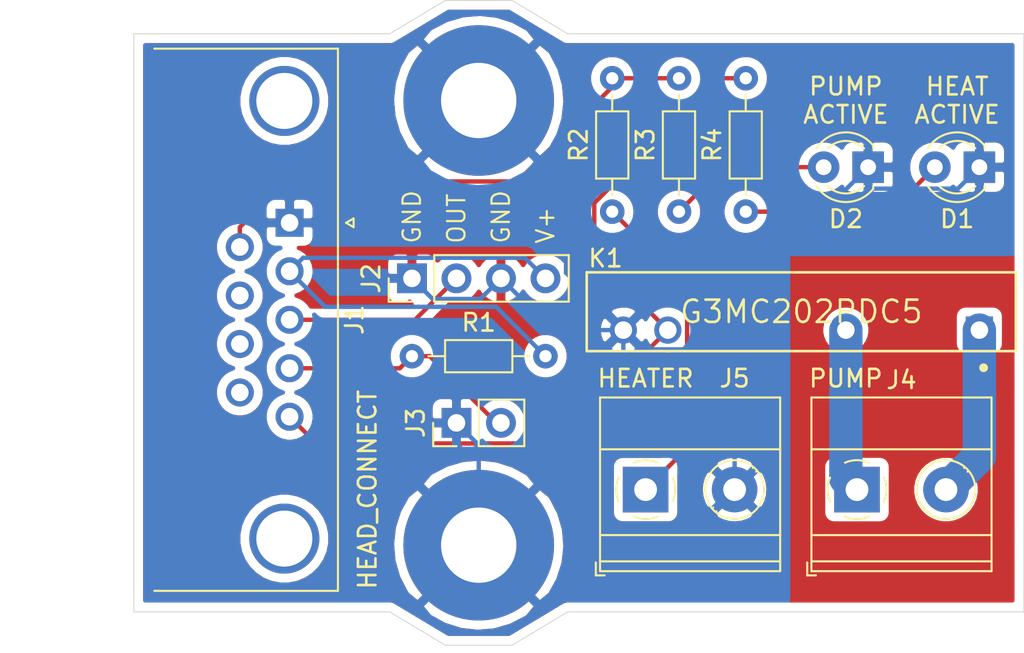
<source format=kicad_pcb>
(kicad_pcb (version 20171130) (host pcbnew "(5.1.9-0-10_14)")

  (general
    (thickness 1.6)
    (drawings 22)
    (tracks 60)
    (zones 0)
    (modules 14)
    (nets 15)
  )

  (page A4)
  (layers
    (0 F.Cu signal)
    (31 B.Cu signal)
    (32 B.Adhes user)
    (33 F.Adhes user)
    (34 B.Paste user)
    (35 F.Paste user)
    (36 B.SilkS user)
    (37 F.SilkS user)
    (38 B.Mask user)
    (39 F.Mask user)
    (40 Dwgs.User user)
    (41 Cmts.User user)
    (42 Eco1.User user)
    (43 Eco2.User user)
    (44 Edge.Cuts user)
    (45 Margin user)
    (46 B.CrtYd user)
    (47 F.CrtYd user)
    (48 B.Fab user)
    (49 F.Fab user)
  )

  (setup
    (last_trace_width 0.25)
    (user_trace_width 1.905)
    (trace_clearance 0.2)
    (zone_clearance 0.508)
    (zone_45_only no)
    (trace_min 0.2)
    (via_size 0.8)
    (via_drill 0.4)
    (via_min_size 0.4)
    (via_min_drill 0.3)
    (uvia_size 0.3)
    (uvia_drill 0.1)
    (uvias_allowed no)
    (uvia_min_size 0.2)
    (uvia_min_drill 0.1)
    (edge_width 0.05)
    (segment_width 0.2)
    (pcb_text_width 0.3)
    (pcb_text_size 1.5 1.5)
    (mod_edge_width 0.12)
    (mod_text_size 1 1)
    (mod_text_width 0.15)
    (pad_size 1.524 1.524)
    (pad_drill 0.762)
    (pad_to_mask_clearance 0)
    (aux_axis_origin 0 0)
    (visible_elements 7FFFFFFF)
    (pcbplotparams
      (layerselection 0x010fc_ffffffff)
      (usegerberextensions false)
      (usegerberattributes true)
      (usegerberadvancedattributes true)
      (creategerberjobfile true)
      (excludeedgelayer true)
      (linewidth 0.100000)
      (plotframeref false)
      (viasonmask false)
      (mode 1)
      (useauxorigin false)
      (hpglpennumber 1)
      (hpglpenspeed 20)
      (hpglpendiameter 15.000000)
      (psnegative false)
      (psa4output false)
      (plotreference true)
      (plotvalue true)
      (plotinvisibletext false)
      (padsonsilk false)
      (subtractmaskfromsilk false)
      (outputformat 1)
      (mirror false)
      (drillshape 1)
      (scaleselection 1)
      (outputdirectory ""))
  )

  (net 0 "")
  (net 1 "Net-(D1-Pad2)")
  (net 2 GND)
  (net 3 "Net-(D2-Pad2)")
  (net 4 "Net-(J1-Pad9)")
  (net 5 "Net-(J1-Pad8)")
  (net 6 "Net-(J1-Pad7)")
  (net 7 HEATER_RELAY)
  (net 8 PUMP)
  (net 9 GH_TEMP)
  (net 10 PUMP_TEMP)
  (net 11 +5V)
  (net 12 "Net-(J4-Pad2)")
  (net 13 "Net-(J4-Pad1)")
  (net 14 "Net-(J5-Pad1)")

  (net_class Default "This is the default net class."
    (clearance 0.2)
    (trace_width 0.25)
    (via_dia 0.8)
    (via_drill 0.4)
    (uvia_dia 0.3)
    (uvia_drill 0.1)
    (add_net +5V)
    (add_net GH_TEMP)
    (add_net GND)
    (add_net HEATER_RELAY)
    (add_net "Net-(D1-Pad2)")
    (add_net "Net-(D2-Pad2)")
    (add_net "Net-(J1-Pad7)")
    (add_net "Net-(J1-Pad8)")
    (add_net "Net-(J1-Pad9)")
    (add_net "Net-(J4-Pad1)")
    (add_net "Net-(J4-Pad2)")
    (add_net "Net-(J5-Pad1)")
    (add_net PUMP)
    (add_net PUMP_TEMP)
  )

  (module Resistor_THT:R_Axial_DIN0204_L3.6mm_D1.6mm_P7.62mm_Horizontal (layer F.Cu) (tedit 5AE5139B) (tstamp 6046A5FF)
    (at 102.235 74.295 90)
    (descr "Resistor, Axial_DIN0204 series, Axial, Horizontal, pin pitch=7.62mm, 0.167W, length*diameter=3.6*1.6mm^2, http://cdn-reichelt.de/documents/datenblatt/B400/1_4W%23YAG.pdf")
    (tags "Resistor Axial_DIN0204 series Axial Horizontal pin pitch 7.62mm 0.167W length 3.6mm diameter 1.6mm")
    (path /60461CD5)
    (fp_text reference R3 (at 3.81 -1.92 90) (layer F.SilkS)
      (effects (font (size 1 1) (thickness 0.15)))
    )
    (fp_text value 220 (at 3.81 1.92 90) (layer F.Fab)
      (effects (font (size 1 1) (thickness 0.15)))
    )
    (fp_text user %R (at 3.81 0 90) (layer F.Fab)
      (effects (font (size 0.72 0.72) (thickness 0.108)))
    )
    (fp_line (start 2.01 -0.8) (end 2.01 0.8) (layer F.Fab) (width 0.1))
    (fp_line (start 2.01 0.8) (end 5.61 0.8) (layer F.Fab) (width 0.1))
    (fp_line (start 5.61 0.8) (end 5.61 -0.8) (layer F.Fab) (width 0.1))
    (fp_line (start 5.61 -0.8) (end 2.01 -0.8) (layer F.Fab) (width 0.1))
    (fp_line (start 0 0) (end 2.01 0) (layer F.Fab) (width 0.1))
    (fp_line (start 7.62 0) (end 5.61 0) (layer F.Fab) (width 0.1))
    (fp_line (start 1.89 -0.92) (end 1.89 0.92) (layer F.SilkS) (width 0.12))
    (fp_line (start 1.89 0.92) (end 5.73 0.92) (layer F.SilkS) (width 0.12))
    (fp_line (start 5.73 0.92) (end 5.73 -0.92) (layer F.SilkS) (width 0.12))
    (fp_line (start 5.73 -0.92) (end 1.89 -0.92) (layer F.SilkS) (width 0.12))
    (fp_line (start 0.94 0) (end 1.89 0) (layer F.SilkS) (width 0.12))
    (fp_line (start 6.68 0) (end 5.73 0) (layer F.SilkS) (width 0.12))
    (fp_line (start -0.95 -1.05) (end -0.95 1.05) (layer F.CrtYd) (width 0.05))
    (fp_line (start -0.95 1.05) (end 8.57 1.05) (layer F.CrtYd) (width 0.05))
    (fp_line (start 8.57 1.05) (end 8.57 -1.05) (layer F.CrtYd) (width 0.05))
    (fp_line (start 8.57 -1.05) (end -0.95 -1.05) (layer F.CrtYd) (width 0.05))
    (pad 2 thru_hole oval (at 7.62 0 90) (size 1.4 1.4) (drill 0.7) (layers *.Cu *.Mask)
      (net 7 HEATER_RELAY))
    (pad 1 thru_hole circle (at 0 0 90) (size 1.4 1.4) (drill 0.7) (layers *.Cu *.Mask)
      (net 3 "Net-(D2-Pad2)"))
    (model ${KISYS3DMOD}/Resistor_THT.3dshapes/R_Axial_DIN0204_L3.6mm_D1.6mm_P7.62mm_Horizontal.wrl
      (at (xyz 0 0 0))
      (scale (xyz 1 1 1))
      (rotate (xyz 0 0 0))
    )
  )

  (module Resistor_THT:R_Axial_DIN0204_L3.6mm_D1.6mm_P7.62mm_Horizontal (layer F.Cu) (tedit 5AE5139B) (tstamp 6046A5E8)
    (at 106.045 74.295 90)
    (descr "Resistor, Axial_DIN0204 series, Axial, Horizontal, pin pitch=7.62mm, 0.167W, length*diameter=3.6*1.6mm^2, http://cdn-reichelt.de/documents/datenblatt/B400/1_4W%23YAG.pdf")
    (tags "Resistor Axial_DIN0204 series Axial Horizontal pin pitch 7.62mm 0.167W length 3.6mm diameter 1.6mm")
    (path /603C2CFA)
    (fp_text reference R4 (at 3.81 -1.92 90) (layer F.SilkS)
      (effects (font (size 1 1) (thickness 0.15)))
    )
    (fp_text value 220 (at 3.81 1.92 90) (layer F.Fab)
      (effects (font (size 1 1) (thickness 0.15)))
    )
    (fp_text user %R (at 3.81 0 90) (layer F.Fab)
      (effects (font (size 0.72 0.72) (thickness 0.108)))
    )
    (fp_line (start 2.01 -0.8) (end 2.01 0.8) (layer F.Fab) (width 0.1))
    (fp_line (start 2.01 0.8) (end 5.61 0.8) (layer F.Fab) (width 0.1))
    (fp_line (start 5.61 0.8) (end 5.61 -0.8) (layer F.Fab) (width 0.1))
    (fp_line (start 5.61 -0.8) (end 2.01 -0.8) (layer F.Fab) (width 0.1))
    (fp_line (start 0 0) (end 2.01 0) (layer F.Fab) (width 0.1))
    (fp_line (start 7.62 0) (end 5.61 0) (layer F.Fab) (width 0.1))
    (fp_line (start 1.89 -0.92) (end 1.89 0.92) (layer F.SilkS) (width 0.12))
    (fp_line (start 1.89 0.92) (end 5.73 0.92) (layer F.SilkS) (width 0.12))
    (fp_line (start 5.73 0.92) (end 5.73 -0.92) (layer F.SilkS) (width 0.12))
    (fp_line (start 5.73 -0.92) (end 1.89 -0.92) (layer F.SilkS) (width 0.12))
    (fp_line (start 0.94 0) (end 1.89 0) (layer F.SilkS) (width 0.12))
    (fp_line (start 6.68 0) (end 5.73 0) (layer F.SilkS) (width 0.12))
    (fp_line (start -0.95 -1.05) (end -0.95 1.05) (layer F.CrtYd) (width 0.05))
    (fp_line (start -0.95 1.05) (end 8.57 1.05) (layer F.CrtYd) (width 0.05))
    (fp_line (start 8.57 1.05) (end 8.57 -1.05) (layer F.CrtYd) (width 0.05))
    (fp_line (start 8.57 -1.05) (end -0.95 -1.05) (layer F.CrtYd) (width 0.05))
    (pad 2 thru_hole oval (at 7.62 0 90) (size 1.4 1.4) (drill 0.7) (layers *.Cu *.Mask)
      (net 8 PUMP))
    (pad 1 thru_hole circle (at 0 0 90) (size 1.4 1.4) (drill 0.7) (layers *.Cu *.Mask)
      (net 1 "Net-(D1-Pad2)"))
    (model ${KISYS3DMOD}/Resistor_THT.3dshapes/R_Axial_DIN0204_L3.6mm_D1.6mm_P7.62mm_Horizontal.wrl
      (at (xyz 0 0 0))
      (scale (xyz 1 1 1))
      (rotate (xyz 0 0 0))
    )
  )

  (module Resistor_THT:R_Axial_DIN0204_L3.6mm_D1.6mm_P7.62mm_Horizontal (layer F.Cu) (tedit 5AE5139B) (tstamp 6046A5D1)
    (at 86.995 82.55)
    (descr "Resistor, Axial_DIN0204 series, Axial, Horizontal, pin pitch=7.62mm, 0.167W, length*diameter=3.6*1.6mm^2, http://cdn-reichelt.de/documents/datenblatt/B400/1_4W%23YAG.pdf")
    (tags "Resistor Axial_DIN0204 series Axial Horizontal pin pitch 7.62mm 0.167W length 3.6mm diameter 1.6mm")
    (path /603DA608)
    (fp_text reference R1 (at 3.81 -1.92) (layer F.SilkS)
      (effects (font (size 1 1) (thickness 0.15)))
    )
    (fp_text value 10000 (at 3.81 1.92) (layer F.Fab)
      (effects (font (size 1 1) (thickness 0.15)))
    )
    (fp_text user %R (at 3.81 0) (layer F.Fab)
      (effects (font (size 0.72 0.72) (thickness 0.108)))
    )
    (fp_line (start 2.01 -0.8) (end 2.01 0.8) (layer F.Fab) (width 0.1))
    (fp_line (start 2.01 0.8) (end 5.61 0.8) (layer F.Fab) (width 0.1))
    (fp_line (start 5.61 0.8) (end 5.61 -0.8) (layer F.Fab) (width 0.1))
    (fp_line (start 5.61 -0.8) (end 2.01 -0.8) (layer F.Fab) (width 0.1))
    (fp_line (start 0 0) (end 2.01 0) (layer F.Fab) (width 0.1))
    (fp_line (start 7.62 0) (end 5.61 0) (layer F.Fab) (width 0.1))
    (fp_line (start 1.89 -0.92) (end 1.89 0.92) (layer F.SilkS) (width 0.12))
    (fp_line (start 1.89 0.92) (end 5.73 0.92) (layer F.SilkS) (width 0.12))
    (fp_line (start 5.73 0.92) (end 5.73 -0.92) (layer F.SilkS) (width 0.12))
    (fp_line (start 5.73 -0.92) (end 1.89 -0.92) (layer F.SilkS) (width 0.12))
    (fp_line (start 0.94 0) (end 1.89 0) (layer F.SilkS) (width 0.12))
    (fp_line (start 6.68 0) (end 5.73 0) (layer F.SilkS) (width 0.12))
    (fp_line (start -0.95 -1.05) (end -0.95 1.05) (layer F.CrtYd) (width 0.05))
    (fp_line (start -0.95 1.05) (end 8.57 1.05) (layer F.CrtYd) (width 0.05))
    (fp_line (start 8.57 1.05) (end 8.57 -1.05) (layer F.CrtYd) (width 0.05))
    (fp_line (start 8.57 -1.05) (end -0.95 -1.05) (layer F.CrtYd) (width 0.05))
    (pad 2 thru_hole oval (at 7.62 0) (size 1.4 1.4) (drill 0.7) (layers *.Cu *.Mask)
      (net 11 +5V))
    (pad 1 thru_hole circle (at 0 0) (size 1.4 1.4) (drill 0.7) (layers *.Cu *.Mask)
      (net 9 GH_TEMP))
    (model ${KISYS3DMOD}/Resistor_THT.3dshapes/R_Axial_DIN0204_L3.6mm_D1.6mm_P7.62mm_Horizontal.wrl
      (at (xyz 0 0 0))
      (scale (xyz 1 1 1))
      (rotate (xyz 0 0 0))
    )
  )

  (module Resistor_THT:R_Axial_DIN0204_L3.6mm_D1.6mm_P7.62mm_Horizontal (layer F.Cu) (tedit 5AE5139B) (tstamp 6046A5BA)
    (at 98.425 74.295 90)
    (descr "Resistor, Axial_DIN0204 series, Axial, Horizontal, pin pitch=7.62mm, 0.167W, length*diameter=3.6*1.6mm^2, http://cdn-reichelt.de/documents/datenblatt/B400/1_4W%23YAG.pdf")
    (tags "Resistor Axial_DIN0204 series Axial Horizontal pin pitch 7.62mm 0.167W length 3.6mm diameter 1.6mm")
    (path /604696BA)
    (fp_text reference R2 (at 3.81 -1.92 90) (layer F.SilkS)
      (effects (font (size 1 1) (thickness 0.15)))
    )
    (fp_text value 680 (at 3.81 1.92 90) (layer F.Fab)
      (effects (font (size 1 1) (thickness 0.15)))
    )
    (fp_text user %R (at 3.81 0 90) (layer F.Fab)
      (effects (font (size 0.72 0.72) (thickness 0.108)))
    )
    (fp_line (start 2.01 -0.8) (end 2.01 0.8) (layer F.Fab) (width 0.1))
    (fp_line (start 2.01 0.8) (end 5.61 0.8) (layer F.Fab) (width 0.1))
    (fp_line (start 5.61 0.8) (end 5.61 -0.8) (layer F.Fab) (width 0.1))
    (fp_line (start 5.61 -0.8) (end 2.01 -0.8) (layer F.Fab) (width 0.1))
    (fp_line (start 0 0) (end 2.01 0) (layer F.Fab) (width 0.1))
    (fp_line (start 7.62 0) (end 5.61 0) (layer F.Fab) (width 0.1))
    (fp_line (start 1.89 -0.92) (end 1.89 0.92) (layer F.SilkS) (width 0.12))
    (fp_line (start 1.89 0.92) (end 5.73 0.92) (layer F.SilkS) (width 0.12))
    (fp_line (start 5.73 0.92) (end 5.73 -0.92) (layer F.SilkS) (width 0.12))
    (fp_line (start 5.73 -0.92) (end 1.89 -0.92) (layer F.SilkS) (width 0.12))
    (fp_line (start 0.94 0) (end 1.89 0) (layer F.SilkS) (width 0.12))
    (fp_line (start 6.68 0) (end 5.73 0) (layer F.SilkS) (width 0.12))
    (fp_line (start -0.95 -1.05) (end -0.95 1.05) (layer F.CrtYd) (width 0.05))
    (fp_line (start -0.95 1.05) (end 8.57 1.05) (layer F.CrtYd) (width 0.05))
    (fp_line (start 8.57 1.05) (end 8.57 -1.05) (layer F.CrtYd) (width 0.05))
    (fp_line (start 8.57 -1.05) (end -0.95 -1.05) (layer F.CrtYd) (width 0.05))
    (pad 2 thru_hole oval (at 7.62 0 90) (size 1.4 1.4) (drill 0.7) (layers *.Cu *.Mask)
      (net 7 HEATER_RELAY))
    (pad 1 thru_hole circle (at 0 0 90) (size 1.4 1.4) (drill 0.7) (layers *.Cu *.Mask)
      (net 14 "Net-(J5-Pad1)"))
    (model ${KISYS3DMOD}/Resistor_THT.3dshapes/R_Axial_DIN0204_L3.6mm_D1.6mm_P7.62mm_Horizontal.wrl
      (at (xyz 0 0 0))
      (scale (xyz 1 1 1))
      (rotate (xyz 0 0 0))
    )
  )

  (module Relay_THT:Omron-G3MC202PDC5-0-0-0 (layer F.Cu) (tedit 5EF20F0C) (tstamp 6046A5A3)
    (at 109.22 80.01)
    (path /60431DDA)
    (fp_text reference K1 (at -12.25 -3.05) (layer F.SilkS)
      (effects (font (size 1 1) (thickness 0.15)) (justify left))
    )
    (fp_text value G3MC202PDC5 (at 0 0) (layer F.SilkS)
      (effects (font (size 1.27 1.27) (thickness 0.15)))
    )
    (fp_line (start -12.25 2.25) (end -12.25 -2.25) (layer F.Fab) (width 0.15))
    (fp_line (start -12.25 -2.25) (end 12.25 -2.25) (layer F.Fab) (width 0.15))
    (fp_line (start 12.25 -2.25) (end 12.25 2.25) (layer F.Fab) (width 0.15))
    (fp_line (start 12.25 2.25) (end -12.25 2.25) (layer F.Fab) (width 0.15))
    (fp_line (start 12.275 -2.275) (end 12.275 -2.275) (layer F.CrtYd) (width 0.15))
    (fp_line (start 12.275 -2.275) (end -12.275 -2.275) (layer F.CrtYd) (width 0.15))
    (fp_line (start -12.275 -2.275) (end -12.275 2.275) (layer F.CrtYd) (width 0.15))
    (fp_line (start -12.275 2.275) (end 12.275 2.275) (layer F.CrtYd) (width 0.15))
    (fp_line (start 12.275 2.275) (end 12.275 -2.275) (layer F.CrtYd) (width 0.15))
    (fp_line (start -12.25 -2.25) (end 12.25 -2.25) (layer F.SilkS) (width 0.15))
    (fp_line (start 12.25 2.25) (end 12.25 -2.25) (layer F.SilkS) (width 0.15))
    (fp_line (start -12.25 2.25) (end 12.25 2.25) (layer F.SilkS) (width 0.15))
    (fp_line (start -12.25 2.25) (end -12.25 -2.25) (layer F.SilkS) (width 0.15))
    (fp_circle (center 10.4 3.2) (end 10.525 3.2) (layer F.SilkS) (width 0.25))
    (pad 4 thru_hole circle (at -10.16 1.05) (size 1.55 1.55) (drill 1) (layers *.Cu)
      (net 2 GND))
    (pad 3 thru_hole circle (at -7.62 1.05) (size 1.55 1.55) (drill 1) (layers *.Cu)
      (net 8 PUMP))
    (pad 2 thru_hole circle (at 2.54 1.05) (size 1.55 1.55) (drill 1) (layers *.Cu)
      (net 13 "Net-(J4-Pad1)"))
    (pad 1 thru_hole rect (at 10.16 1.05) (size 1.55 1.55) (drill 1) (layers *.Cu)
      (net 12 "Net-(J4-Pad2)"))
    (model eec.models/Omron_-_G3MC202PDC24.step
      (at (xyz 0 0 0))
      (scale (xyz 1 1 1))
      (rotate (xyz 0 0 0))
    )
  )

  (module TerminalBlock_Phoenix:TerminalBlock_Phoenix_MKDS-1,5-2-5.08_1x02_P5.08mm_Horizontal (layer F.Cu) (tedit 5B294EBC) (tstamp 6046A58D)
    (at 100.33 90.17)
    (descr "Terminal Block Phoenix MKDS-1,5-2-5.08, 2 pins, pitch 5.08mm, size 10.2x9.8mm^2, drill diamater 1.3mm, pad diameter 2.6mm, see http://www.farnell.com/datasheets/100425.pdf, script-generated using https://github.com/pointhi/kicad-footprint-generator/scripts/TerminalBlock_Phoenix")
    (tags "THT Terminal Block Phoenix MKDS-1,5-2-5.08 pitch 5.08mm size 10.2x9.8mm^2 drill 1.3mm pad 2.6mm")
    (path /60460D76)
    (fp_text reference J5 (at 5.08 -6.35) (layer F.SilkS)
      (effects (font (size 1 1) (thickness 0.15)))
    )
    (fp_text value HeaterRelayConnect (at 2.54 5.66) (layer F.Fab)
      (effects (font (size 1 1) (thickness 0.15)))
    )
    (fp_text user %R (at 2.54 3.2) (layer F.Fab)
      (effects (font (size 1 1) (thickness 0.15)))
    )
    (fp_arc (start 0 0) (end -0.684 1.535) (angle -25) (layer F.SilkS) (width 0.12))
    (fp_arc (start 0 0) (end -1.535 -0.684) (angle -48) (layer F.SilkS) (width 0.12))
    (fp_arc (start 0 0) (end 0.684 -1.535) (angle -48) (layer F.SilkS) (width 0.12))
    (fp_arc (start 0 0) (end 1.535 0.684) (angle -48) (layer F.SilkS) (width 0.12))
    (fp_arc (start 0 0) (end 0 1.68) (angle -24) (layer F.SilkS) (width 0.12))
    (fp_circle (center 0 0) (end 1.5 0) (layer F.Fab) (width 0.1))
    (fp_circle (center 5.08 0) (end 6.58 0) (layer F.Fab) (width 0.1))
    (fp_circle (center 5.08 0) (end 6.76 0) (layer F.SilkS) (width 0.12))
    (fp_line (start -2.54 -5.2) (end 7.62 -5.2) (layer F.Fab) (width 0.1))
    (fp_line (start 7.62 -5.2) (end 7.62 4.6) (layer F.Fab) (width 0.1))
    (fp_line (start 7.62 4.6) (end -2.04 4.6) (layer F.Fab) (width 0.1))
    (fp_line (start -2.04 4.6) (end -2.54 4.1) (layer F.Fab) (width 0.1))
    (fp_line (start -2.54 4.1) (end -2.54 -5.2) (layer F.Fab) (width 0.1))
    (fp_line (start -2.54 4.1) (end 7.62 4.1) (layer F.Fab) (width 0.1))
    (fp_line (start -2.6 4.1) (end 7.68 4.1) (layer F.SilkS) (width 0.12))
    (fp_line (start -2.54 2.6) (end 7.62 2.6) (layer F.Fab) (width 0.1))
    (fp_line (start -2.6 2.6) (end 7.68 2.6) (layer F.SilkS) (width 0.12))
    (fp_line (start -2.54 -2.3) (end 7.62 -2.3) (layer F.Fab) (width 0.1))
    (fp_line (start -2.6 -2.301) (end 7.68 -2.301) (layer F.SilkS) (width 0.12))
    (fp_line (start -2.6 -5.261) (end 7.68 -5.261) (layer F.SilkS) (width 0.12))
    (fp_line (start -2.6 4.66) (end 7.68 4.66) (layer F.SilkS) (width 0.12))
    (fp_line (start -2.6 -5.261) (end -2.6 4.66) (layer F.SilkS) (width 0.12))
    (fp_line (start 7.68 -5.261) (end 7.68 4.66) (layer F.SilkS) (width 0.12))
    (fp_line (start 1.138 -0.955) (end -0.955 1.138) (layer F.Fab) (width 0.1))
    (fp_line (start 0.955 -1.138) (end -1.138 0.955) (layer F.Fab) (width 0.1))
    (fp_line (start 6.218 -0.955) (end 4.126 1.138) (layer F.Fab) (width 0.1))
    (fp_line (start 6.035 -1.138) (end 3.943 0.955) (layer F.Fab) (width 0.1))
    (fp_line (start 6.355 -1.069) (end 6.308 -1.023) (layer F.SilkS) (width 0.12))
    (fp_line (start 4.046 1.239) (end 4.011 1.274) (layer F.SilkS) (width 0.12))
    (fp_line (start 6.15 -1.275) (end 6.115 -1.239) (layer F.SilkS) (width 0.12))
    (fp_line (start 3.853 1.023) (end 3.806 1.069) (layer F.SilkS) (width 0.12))
    (fp_line (start -2.84 4.16) (end -2.84 4.9) (layer F.SilkS) (width 0.12))
    (fp_line (start -2.84 4.9) (end -2.34 4.9) (layer F.SilkS) (width 0.12))
    (fp_line (start -3.04 -5.71) (end -3.04 5.1) (layer F.CrtYd) (width 0.05))
    (fp_line (start -3.04 5.1) (end 8.13 5.1) (layer F.CrtYd) (width 0.05))
    (fp_line (start 8.13 5.1) (end 8.13 -5.71) (layer F.CrtYd) (width 0.05))
    (fp_line (start 8.13 -5.71) (end -3.04 -5.71) (layer F.CrtYd) (width 0.05))
    (pad 2 thru_hole circle (at 5.08 0) (size 2.6 2.6) (drill 1.3) (layers *.Cu *.Mask)
      (net 2 GND))
    (pad 1 thru_hole rect (at 0 0) (size 2.6 2.6) (drill 1.3) (layers *.Cu *.Mask)
      (net 14 "Net-(J5-Pad1)"))
    (model ${KISYS3DMOD}/TerminalBlock_Phoenix.3dshapes/TerminalBlock_Phoenix_MKDS-1,5-2-5.08_1x02_P5.08mm_Horizontal.wrl
      (at (xyz 0 0 0))
      (scale (xyz 1 1 1))
      (rotate (xyz 0 0 0))
    )
  )

  (module TerminalBlock_Phoenix:TerminalBlock_Phoenix_MKDS-1,5-2-5.08_1x02_P5.08mm_Horizontal (layer F.Cu) (tedit 5B294EBC) (tstamp 6046A561)
    (at 112.395 90.17)
    (descr "Terminal Block Phoenix MKDS-1,5-2-5.08, 2 pins, pitch 5.08mm, size 10.2x9.8mm^2, drill diamater 1.3mm, pad diameter 2.6mm, see http://www.farnell.com/datasheets/100425.pdf, script-generated using https://github.com/pointhi/kicad-footprint-generator/scripts/TerminalBlock_Phoenix")
    (tags "THT Terminal Block Phoenix MKDS-1,5-2-5.08 pitch 5.08mm size 10.2x9.8mm^2 drill 1.3mm pad 2.6mm")
    (path /603E01E4)
    (fp_text reference J4 (at 2.54 -6.26) (layer F.SilkS)
      (effects (font (size 1 1) (thickness 0.15)))
    )
    (fp_text value PumpConnect (at 2.54 5.66) (layer F.Fab)
      (effects (font (size 1 1) (thickness 0.15)))
    )
    (fp_text user %R (at 2.54 3.2) (layer F.Fab)
      (effects (font (size 1 1) (thickness 0.15)))
    )
    (fp_arc (start 0 0) (end -0.684 1.535) (angle -25) (layer F.SilkS) (width 0.12))
    (fp_arc (start 0 0) (end -1.535 -0.684) (angle -48) (layer F.SilkS) (width 0.12))
    (fp_arc (start 0 0) (end 0.684 -1.535) (angle -48) (layer F.SilkS) (width 0.12))
    (fp_arc (start 0 0) (end 1.535 0.684) (angle -48) (layer F.SilkS) (width 0.12))
    (fp_arc (start 0 0) (end 0 1.68) (angle -24) (layer F.SilkS) (width 0.12))
    (fp_circle (center 0 0) (end 1.5 0) (layer F.Fab) (width 0.1))
    (fp_circle (center 5.08 0) (end 6.58 0) (layer F.Fab) (width 0.1))
    (fp_circle (center 5.08 0) (end 6.76 0) (layer F.SilkS) (width 0.12))
    (fp_line (start -2.54 -5.2) (end 7.62 -5.2) (layer F.Fab) (width 0.1))
    (fp_line (start 7.62 -5.2) (end 7.62 4.6) (layer F.Fab) (width 0.1))
    (fp_line (start 7.62 4.6) (end -2.04 4.6) (layer F.Fab) (width 0.1))
    (fp_line (start -2.04 4.6) (end -2.54 4.1) (layer F.Fab) (width 0.1))
    (fp_line (start -2.54 4.1) (end -2.54 -5.2) (layer F.Fab) (width 0.1))
    (fp_line (start -2.54 4.1) (end 7.62 4.1) (layer F.Fab) (width 0.1))
    (fp_line (start -2.6 4.1) (end 7.68 4.1) (layer F.SilkS) (width 0.12))
    (fp_line (start -2.54 2.6) (end 7.62 2.6) (layer F.Fab) (width 0.1))
    (fp_line (start -2.6 2.6) (end 7.68 2.6) (layer F.SilkS) (width 0.12))
    (fp_line (start -2.54 -2.3) (end 7.62 -2.3) (layer F.Fab) (width 0.1))
    (fp_line (start -2.6 -2.301) (end 7.68 -2.301) (layer F.SilkS) (width 0.12))
    (fp_line (start -2.6 -5.261) (end 7.68 -5.261) (layer F.SilkS) (width 0.12))
    (fp_line (start -2.6 4.66) (end 7.68 4.66) (layer F.SilkS) (width 0.12))
    (fp_line (start -2.6 -5.261) (end -2.6 4.66) (layer F.SilkS) (width 0.12))
    (fp_line (start 7.68 -5.261) (end 7.68 4.66) (layer F.SilkS) (width 0.12))
    (fp_line (start 1.138 -0.955) (end -0.955 1.138) (layer F.Fab) (width 0.1))
    (fp_line (start 0.955 -1.138) (end -1.138 0.955) (layer F.Fab) (width 0.1))
    (fp_line (start 6.218 -0.955) (end 4.126 1.138) (layer F.Fab) (width 0.1))
    (fp_line (start 6.035 -1.138) (end 3.943 0.955) (layer F.Fab) (width 0.1))
    (fp_line (start 6.355 -1.069) (end 6.308 -1.023) (layer F.SilkS) (width 0.12))
    (fp_line (start 4.046 1.239) (end 4.011 1.274) (layer F.SilkS) (width 0.12))
    (fp_line (start 6.15 -1.275) (end 6.115 -1.239) (layer F.SilkS) (width 0.12))
    (fp_line (start 3.853 1.023) (end 3.806 1.069) (layer F.SilkS) (width 0.12))
    (fp_line (start -2.84 4.16) (end -2.84 4.9) (layer F.SilkS) (width 0.12))
    (fp_line (start -2.84 4.9) (end -2.34 4.9) (layer F.SilkS) (width 0.12))
    (fp_line (start -3.04 -5.71) (end -3.04 5.1) (layer F.CrtYd) (width 0.05))
    (fp_line (start -3.04 5.1) (end 8.13 5.1) (layer F.CrtYd) (width 0.05))
    (fp_line (start 8.13 5.1) (end 8.13 -5.71) (layer F.CrtYd) (width 0.05))
    (fp_line (start 8.13 -5.71) (end -3.04 -5.71) (layer F.CrtYd) (width 0.05))
    (pad 2 thru_hole circle (at 5.08 0) (size 2.6 2.6) (drill 1.3) (layers *.Cu *.Mask)
      (net 12 "Net-(J4-Pad2)"))
    (pad 1 thru_hole rect (at 0 0) (size 2.6 2.6) (drill 1.3) (layers *.Cu *.Mask)
      (net 13 "Net-(J4-Pad1)"))
    (model ${KISYS3DMOD}/TerminalBlock_Phoenix.3dshapes/TerminalBlock_Phoenix_MKDS-1,5-2-5.08_1x02_P5.08mm_Horizontal.wrl
      (at (xyz 0 0 0))
      (scale (xyz 1 1 1))
      (rotate (xyz 0 0 0))
    )
  )

  (module Connector_PinHeader_2.54mm:PinHeader_1x02_P2.54mm_Vertical (layer F.Cu) (tedit 59FED5CC) (tstamp 6046A535)
    (at 89.535 86.36 90)
    (descr "Through hole straight pin header, 1x02, 2.54mm pitch, single row")
    (tags "Through hole pin header THT 1x02 2.54mm single row")
    (path /604708B7)
    (fp_text reference J3 (at 0 -2.33 90) (layer F.SilkS)
      (effects (font (size 1 1) (thickness 0.15)))
    )
    (fp_text value GroupheadThermistor (at 0 4.87 90) (layer F.Fab)
      (effects (font (size 1 1) (thickness 0.15)))
    )
    (fp_text user %R (at 0 1.27) (layer F.Fab)
      (effects (font (size 1 1) (thickness 0.15)))
    )
    (fp_line (start -0.635 -1.27) (end 1.27 -1.27) (layer F.Fab) (width 0.1))
    (fp_line (start 1.27 -1.27) (end 1.27 3.81) (layer F.Fab) (width 0.1))
    (fp_line (start 1.27 3.81) (end -1.27 3.81) (layer F.Fab) (width 0.1))
    (fp_line (start -1.27 3.81) (end -1.27 -0.635) (layer F.Fab) (width 0.1))
    (fp_line (start -1.27 -0.635) (end -0.635 -1.27) (layer F.Fab) (width 0.1))
    (fp_line (start -1.33 3.87) (end 1.33 3.87) (layer F.SilkS) (width 0.12))
    (fp_line (start -1.33 1.27) (end -1.33 3.87) (layer F.SilkS) (width 0.12))
    (fp_line (start 1.33 1.27) (end 1.33 3.87) (layer F.SilkS) (width 0.12))
    (fp_line (start -1.33 1.27) (end 1.33 1.27) (layer F.SilkS) (width 0.12))
    (fp_line (start -1.33 0) (end -1.33 -1.33) (layer F.SilkS) (width 0.12))
    (fp_line (start -1.33 -1.33) (end 0 -1.33) (layer F.SilkS) (width 0.12))
    (fp_line (start -1.8 -1.8) (end -1.8 4.35) (layer F.CrtYd) (width 0.05))
    (fp_line (start -1.8 4.35) (end 1.8 4.35) (layer F.CrtYd) (width 0.05))
    (fp_line (start 1.8 4.35) (end 1.8 -1.8) (layer F.CrtYd) (width 0.05))
    (fp_line (start 1.8 -1.8) (end -1.8 -1.8) (layer F.CrtYd) (width 0.05))
    (pad 2 thru_hole oval (at 0 2.54 90) (size 1.7 1.7) (drill 1) (layers *.Cu *.Mask)
      (net 9 GH_TEMP))
    (pad 1 thru_hole rect (at 0 0 90) (size 1.7 1.7) (drill 1) (layers *.Cu *.Mask)
      (net 2 GND))
    (model ${KISYS3DMOD}/Connector_PinHeader_2.54mm.3dshapes/PinHeader_1x02_P2.54mm_Vertical.wrl
      (at (xyz 0 0 0))
      (scale (xyz 1 1 1))
      (rotate (xyz 0 0 0))
    )
  )

  (module Connector_PinHeader_2.54mm:PinHeader_1x04_P2.54mm_Vertical (layer F.Cu) (tedit 59FED5CC) (tstamp 6046A51F)
    (at 86.995 78.105 90)
    (descr "Through hole straight pin header, 1x04, 2.54mm pitch, single row")
    (tags "Through hole pin header THT 1x04 2.54mm single row")
    (path /6046E101)
    (fp_text reference J2 (at 0 -2.33 90) (layer F.SilkS)
      (effects (font (size 1 1) (thickness 0.15)))
    )
    (fp_text value PumpThermocoupleAdc (at 0 9.95 90) (layer F.Fab)
      (effects (font (size 1 1) (thickness 0.15)))
    )
    (fp_text user %R (at 0 3.81) (layer F.Fab)
      (effects (font (size 1 1) (thickness 0.15)))
    )
    (fp_line (start -0.635 -1.27) (end 1.27 -1.27) (layer F.Fab) (width 0.1))
    (fp_line (start 1.27 -1.27) (end 1.27 8.89) (layer F.Fab) (width 0.1))
    (fp_line (start 1.27 8.89) (end -1.27 8.89) (layer F.Fab) (width 0.1))
    (fp_line (start -1.27 8.89) (end -1.27 -0.635) (layer F.Fab) (width 0.1))
    (fp_line (start -1.27 -0.635) (end -0.635 -1.27) (layer F.Fab) (width 0.1))
    (fp_line (start -1.33 8.95) (end 1.33 8.95) (layer F.SilkS) (width 0.12))
    (fp_line (start -1.33 1.27) (end -1.33 8.95) (layer F.SilkS) (width 0.12))
    (fp_line (start 1.33 1.27) (end 1.33 8.95) (layer F.SilkS) (width 0.12))
    (fp_line (start -1.33 1.27) (end 1.33 1.27) (layer F.SilkS) (width 0.12))
    (fp_line (start -1.33 0) (end -1.33 -1.33) (layer F.SilkS) (width 0.12))
    (fp_line (start -1.33 -1.33) (end 0 -1.33) (layer F.SilkS) (width 0.12))
    (fp_line (start -1.8 -1.8) (end -1.8 9.4) (layer F.CrtYd) (width 0.05))
    (fp_line (start -1.8 9.4) (end 1.8 9.4) (layer F.CrtYd) (width 0.05))
    (fp_line (start 1.8 9.4) (end 1.8 -1.8) (layer F.CrtYd) (width 0.05))
    (fp_line (start 1.8 -1.8) (end -1.8 -1.8) (layer F.CrtYd) (width 0.05))
    (pad 4 thru_hole oval (at 0 7.62 90) (size 1.7 1.7) (drill 1) (layers *.Cu *.Mask)
      (net 11 +5V))
    (pad 3 thru_hole oval (at 0 5.08 90) (size 1.7 1.7) (drill 1) (layers *.Cu *.Mask)
      (net 2 GND))
    (pad 2 thru_hole oval (at 0 2.54 90) (size 1.7 1.7) (drill 1) (layers *.Cu *.Mask)
      (net 10 PUMP_TEMP))
    (pad 1 thru_hole rect (at 0 0 90) (size 1.7 1.7) (drill 1) (layers *.Cu *.Mask)
      (net 2 GND))
    (model ${KISYS3DMOD}/Connector_PinHeader_2.54mm.3dshapes/PinHeader_1x04_P2.54mm_Vertical.wrl
      (at (xyz 0 0 0))
      (scale (xyz 1 1 1))
      (rotate (xyz 0 0 0))
    )
  )

  (module Connector_Dsub:DSUB-9_Male_Horizontal_P2.77x2.84mm_EdgePinOffset4.94mm_Housed_MountingHolesOffset7.48mm (layer F.Cu) (tedit 59FEDEE2) (tstamp 6046A507)
    (at 80.01 74.93 270)
    (descr "9-pin D-Sub connector, horizontal/angled (90 deg), THT-mount, male, pitch 2.77x2.84mm, pin-PCB-offset 4.9399999999999995mm, distance of mounting holes 25mm, distance of mounting holes to PCB edge 7.4799999999999995mm, see https://disti-assets.s3.amazonaws.com/tonar/files/datasheets/16730.pdf")
    (tags "9-pin D-Sub connector horizontal angled 90deg THT male pitch 2.77x2.84mm pin-PCB-offset 4.9399999999999995mm mounting-holes-distance 25mm mounting-hole-offset 25mm")
    (path /6040A814)
    (fp_text reference J1 (at 5.54 -3.7 90) (layer F.SilkS)
      (effects (font (size 1 1) (thickness 0.15)))
    )
    (fp_text value DB9_Male (at 5.54 15.68 90) (layer F.Fab)
      (effects (font (size 1 1) (thickness 0.15)))
    )
    (fp_text user %R (at 5.54 11.18 90) (layer F.Fab)
      (effects (font (size 1 1) (thickness 0.15)))
    )
    (fp_arc (start 18.04 0.3) (end 16.44 0.3) (angle 180) (layer F.Fab) (width 0.1))
    (fp_arc (start -6.96 0.3) (end -8.56 0.3) (angle 180) (layer F.Fab) (width 0.1))
    (fp_line (start -9.885 -2.7) (end -9.885 7.78) (layer F.Fab) (width 0.1))
    (fp_line (start -9.885 7.78) (end 20.965 7.78) (layer F.Fab) (width 0.1))
    (fp_line (start 20.965 7.78) (end 20.965 -2.7) (layer F.Fab) (width 0.1))
    (fp_line (start 20.965 -2.7) (end -9.885 -2.7) (layer F.Fab) (width 0.1))
    (fp_line (start -9.885 7.78) (end -9.885 8.18) (layer F.Fab) (width 0.1))
    (fp_line (start -9.885 8.18) (end 20.965 8.18) (layer F.Fab) (width 0.1))
    (fp_line (start 20.965 8.18) (end 20.965 7.78) (layer F.Fab) (width 0.1))
    (fp_line (start 20.965 7.78) (end -9.885 7.78) (layer F.Fab) (width 0.1))
    (fp_line (start -2.61 8.18) (end -2.61 14.18) (layer F.Fab) (width 0.1))
    (fp_line (start -2.61 14.18) (end 13.69 14.18) (layer F.Fab) (width 0.1))
    (fp_line (start 13.69 14.18) (end 13.69 8.18) (layer F.Fab) (width 0.1))
    (fp_line (start 13.69 8.18) (end -2.61 8.18) (layer F.Fab) (width 0.1))
    (fp_line (start -9.46 8.18) (end -9.46 13.18) (layer F.Fab) (width 0.1))
    (fp_line (start -9.46 13.18) (end -4.46 13.18) (layer F.Fab) (width 0.1))
    (fp_line (start -4.46 13.18) (end -4.46 8.18) (layer F.Fab) (width 0.1))
    (fp_line (start -4.46 8.18) (end -9.46 8.18) (layer F.Fab) (width 0.1))
    (fp_line (start 15.54 8.18) (end 15.54 13.18) (layer F.Fab) (width 0.1))
    (fp_line (start 15.54 13.18) (end 20.54 13.18) (layer F.Fab) (width 0.1))
    (fp_line (start 20.54 13.18) (end 20.54 8.18) (layer F.Fab) (width 0.1))
    (fp_line (start 20.54 8.18) (end 15.54 8.18) (layer F.Fab) (width 0.1))
    (fp_line (start -8.56 7.78) (end -8.56 0.3) (layer F.Fab) (width 0.1))
    (fp_line (start -5.36 7.78) (end -5.36 0.3) (layer F.Fab) (width 0.1))
    (fp_line (start 16.44 7.78) (end 16.44 0.3) (layer F.Fab) (width 0.1))
    (fp_line (start 19.64 7.78) (end 19.64 0.3) (layer F.Fab) (width 0.1))
    (fp_line (start -9.945 7.72) (end -9.945 -2.76) (layer F.SilkS) (width 0.12))
    (fp_line (start -9.945 -2.76) (end 21.025 -2.76) (layer F.SilkS) (width 0.12))
    (fp_line (start 21.025 -2.76) (end 21.025 7.72) (layer F.SilkS) (width 0.12))
    (fp_line (start -0.25 -3.654338) (end 0.25 -3.654338) (layer F.SilkS) (width 0.12))
    (fp_line (start 0.25 -3.654338) (end 0 -3.221325) (layer F.SilkS) (width 0.12))
    (fp_line (start 0 -3.221325) (end -0.25 -3.654338) (layer F.SilkS) (width 0.12))
    (fp_line (start -10.4 -3.25) (end -10.4 14.7) (layer F.CrtYd) (width 0.05))
    (fp_line (start -10.4 14.7) (end 21.5 14.7) (layer F.CrtYd) (width 0.05))
    (fp_line (start 21.5 14.7) (end 21.5 -3.25) (layer F.CrtYd) (width 0.05))
    (fp_line (start 21.5 -3.25) (end -10.4 -3.25) (layer F.CrtYd) (width 0.05))
    (pad 0 thru_hole circle (at 18.04 0.3 270) (size 4 4) (drill 3.2) (layers *.Cu *.Mask))
    (pad 0 thru_hole circle (at -6.96 0.3 270) (size 4 4) (drill 3.2) (layers *.Cu *.Mask))
    (pad 9 thru_hole circle (at 9.695 2.84 270) (size 1.6 1.6) (drill 1) (layers *.Cu *.Mask)
      (net 4 "Net-(J1-Pad9)"))
    (pad 8 thru_hole circle (at 6.925 2.84 270) (size 1.6 1.6) (drill 1) (layers *.Cu *.Mask)
      (net 5 "Net-(J1-Pad8)"))
    (pad 7 thru_hole circle (at 4.155 2.84 270) (size 1.6 1.6) (drill 1) (layers *.Cu *.Mask)
      (net 6 "Net-(J1-Pad7)"))
    (pad 6 thru_hole circle (at 1.385 2.84 270) (size 1.6 1.6) (drill 1) (layers *.Cu *.Mask)
      (net 7 HEATER_RELAY))
    (pad 5 thru_hole circle (at 11.08 0 270) (size 1.6 1.6) (drill 1) (layers *.Cu *.Mask)
      (net 8 PUMP))
    (pad 4 thru_hole circle (at 8.31 0 270) (size 1.6 1.6) (drill 1) (layers *.Cu *.Mask)
      (net 9 GH_TEMP))
    (pad 3 thru_hole circle (at 5.54 0 270) (size 1.6 1.6) (drill 1) (layers *.Cu *.Mask)
      (net 10 PUMP_TEMP))
    (pad 2 thru_hole circle (at 2.77 0 270) (size 1.6 1.6) (drill 1) (layers *.Cu *.Mask)
      (net 11 +5V))
    (pad 1 thru_hole rect (at 0 0 270) (size 1.6 1.6) (drill 1) (layers *.Cu *.Mask)
      (net 2 GND))
    (model ${KISYS3DMOD}/Connector_Dsub.3dshapes/DSUB-9_Male_Horizontal_P2.77x2.84mm_EdgePinOffset4.94mm_Housed_MountingHolesOffset7.48mm.wrl
      (at (xyz 0 0 0))
      (scale (xyz 1 1 1))
      (rotate (xyz 0 0 0))
    )
  )

  (module MountingHole:MountingHole_4.3mm_M4_Pad (layer F.Cu) (tedit 56D1B4CB) (tstamp 6046A4D3)
    (at 90.805 93.345)
    (descr "Mounting Hole 4.3mm, M4")
    (tags "mounting hole 4.3mm m4")
    (path /604388E9)
    (attr virtual)
    (fp_text reference H2 (at 0 -5.3) (layer F.SilkS) hide
      (effects (font (size 1 1) (thickness 0.15)))
    )
    (fp_text value MountingHole_Pad (at 0 5.3) (layer F.Fab)
      (effects (font (size 1 1) (thickness 0.15)))
    )
    (fp_text user %R (at 0.3 0) (layer F.Fab)
      (effects (font (size 1 1) (thickness 0.15)))
    )
    (fp_circle (center 0 0) (end 4.3 0) (layer Cmts.User) (width 0.15))
    (fp_circle (center 0 0) (end 4.55 0) (layer F.CrtYd) (width 0.05))
    (pad 1 thru_hole circle (at 0 0) (size 8.6 8.6) (drill 4.3) (layers *.Cu *.Mask)
      (net 2 GND))
  )

  (module MountingHole:MountingHole_4.3mm_M4_Pad (layer F.Cu) (tedit 56D1B4CB) (tstamp 6046A4CB)
    (at 90.805 67.945)
    (descr "Mounting Hole 4.3mm, M4")
    (tags "mounting hole 4.3mm m4")
    (path /604393E9)
    (attr virtual)
    (fp_text reference H1 (at 0 -5.3) (layer F.SilkS) hide
      (effects (font (size 1 1) (thickness 0.15)))
    )
    (fp_text value MountingHole_Pad (at 0 5.3) (layer F.Fab)
      (effects (font (size 1 1) (thickness 0.15)))
    )
    (fp_text user %R (at 0.3 0) (layer F.Fab)
      (effects (font (size 1 1) (thickness 0.15)))
    )
    (fp_circle (center 0 0) (end 4.3 0) (layer Cmts.User) (width 0.15))
    (fp_circle (center 0 0) (end 4.55 0) (layer F.CrtYd) (width 0.05))
    (pad 1 thru_hole circle (at 0 0) (size 8.6 8.6) (drill 4.3) (layers *.Cu *.Mask)
      (net 2 GND))
  )

  (module LED_THT:LED_D3.0mm (layer F.Cu) (tedit 587A3A7B) (tstamp 6046A4C3)
    (at 113.03 71.755 180)
    (descr "LED, diameter 3.0mm, 2 pins")
    (tags "LED diameter 3.0mm 2 pins")
    (path /604620FC)
    (fp_text reference D2 (at 1.27 -2.96) (layer F.SilkS)
      (effects (font (size 1 1) (thickness 0.15)))
    )
    (fp_text value LED (at 1.27 2.96) (layer F.Fab)
      (effects (font (size 1 1) (thickness 0.15)))
    )
    (fp_arc (start 1.27 0) (end 0.229039 1.08) (angle -87.9) (layer F.SilkS) (width 0.12))
    (fp_arc (start 1.27 0) (end 0.229039 -1.08) (angle 87.9) (layer F.SilkS) (width 0.12))
    (fp_arc (start 1.27 0) (end -0.29 1.235516) (angle -108.8) (layer F.SilkS) (width 0.12))
    (fp_arc (start 1.27 0) (end -0.29 -1.235516) (angle 108.8) (layer F.SilkS) (width 0.12))
    (fp_arc (start 1.27 0) (end -0.23 -1.16619) (angle 284.3) (layer F.Fab) (width 0.1))
    (fp_circle (center 1.27 0) (end 2.77 0) (layer F.Fab) (width 0.1))
    (fp_line (start -0.23 -1.16619) (end -0.23 1.16619) (layer F.Fab) (width 0.1))
    (fp_line (start -0.29 -1.236) (end -0.29 -1.08) (layer F.SilkS) (width 0.12))
    (fp_line (start -0.29 1.08) (end -0.29 1.236) (layer F.SilkS) (width 0.12))
    (fp_line (start -1.15 -2.25) (end -1.15 2.25) (layer F.CrtYd) (width 0.05))
    (fp_line (start -1.15 2.25) (end 3.7 2.25) (layer F.CrtYd) (width 0.05))
    (fp_line (start 3.7 2.25) (end 3.7 -2.25) (layer F.CrtYd) (width 0.05))
    (fp_line (start 3.7 -2.25) (end -1.15 -2.25) (layer F.CrtYd) (width 0.05))
    (pad 2 thru_hole circle (at 2.54 0 180) (size 1.8 1.8) (drill 0.9) (layers *.Cu *.Mask)
      (net 3 "Net-(D2-Pad2)"))
    (pad 1 thru_hole rect (at 0 0 180) (size 1.8 1.8) (drill 0.9) (layers *.Cu *.Mask)
      (net 2 GND))
    (model ${KISYS3DMOD}/LED_THT.3dshapes/LED_D3.0mm.wrl
      (at (xyz 0 0 0))
      (scale (xyz 1 1 1))
      (rotate (xyz 0 0 0))
    )
  )

  (module LED_THT:LED_D3.0mm (layer F.Cu) (tedit 587A3A7B) (tstamp 6046A4B0)
    (at 119.38 71.755 180)
    (descr "LED, diameter 3.0mm, 2 pins")
    (tags "LED diameter 3.0mm 2 pins")
    (path /603C21CF)
    (fp_text reference D1 (at 1.27 -2.96) (layer F.SilkS)
      (effects (font (size 1 1) (thickness 0.15)))
    )
    (fp_text value LED (at 1.27 2.96) (layer F.Fab)
      (effects (font (size 1 1) (thickness 0.15)))
    )
    (fp_arc (start 1.27 0) (end 0.229039 1.08) (angle -87.9) (layer F.SilkS) (width 0.12))
    (fp_arc (start 1.27 0) (end 0.229039 -1.08) (angle 87.9) (layer F.SilkS) (width 0.12))
    (fp_arc (start 1.27 0) (end -0.29 1.235516) (angle -108.8) (layer F.SilkS) (width 0.12))
    (fp_arc (start 1.27 0) (end -0.29 -1.235516) (angle 108.8) (layer F.SilkS) (width 0.12))
    (fp_arc (start 1.27 0) (end -0.23 -1.16619) (angle 284.3) (layer F.Fab) (width 0.1))
    (fp_circle (center 1.27 0) (end 2.77 0) (layer F.Fab) (width 0.1))
    (fp_line (start -0.23 -1.16619) (end -0.23 1.16619) (layer F.Fab) (width 0.1))
    (fp_line (start -0.29 -1.236) (end -0.29 -1.08) (layer F.SilkS) (width 0.12))
    (fp_line (start -0.29 1.08) (end -0.29 1.236) (layer F.SilkS) (width 0.12))
    (fp_line (start -1.15 -2.25) (end -1.15 2.25) (layer F.CrtYd) (width 0.05))
    (fp_line (start -1.15 2.25) (end 3.7 2.25) (layer F.CrtYd) (width 0.05))
    (fp_line (start 3.7 2.25) (end 3.7 -2.25) (layer F.CrtYd) (width 0.05))
    (fp_line (start 3.7 -2.25) (end -1.15 -2.25) (layer F.CrtYd) (width 0.05))
    (pad 2 thru_hole circle (at 2.54 0 180) (size 1.8 1.8) (drill 0.9) (layers *.Cu *.Mask)
      (net 1 "Net-(D1-Pad2)"))
    (pad 1 thru_hole rect (at 0 0 180) (size 1.8 1.8) (drill 0.9) (layers *.Cu *.Mask)
      (net 2 GND))
    (model ${KISYS3DMOD}/LED_THT.3dshapes/LED_D3.0mm.wrl
      (at (xyz 0 0 0))
      (scale (xyz 1 1 1))
      (rotate (xyz 0 0 0))
    )
  )

  (gr_line (start 71.12 64.135) (end 71.755 64.135) (layer Edge.Cuts) (width 0.05) (tstamp 6046C7C3))
  (gr_line (start 71.12 97.155) (end 71.12 64.135) (layer Edge.Cuts) (width 0.05))
  (gr_line (start 85.725 97.155) (end 71.12 97.155) (layer Edge.Cuts) (width 0.05))
  (gr_line (start 88.9 99.06) (end 85.725 97.155) (layer Edge.Cuts) (width 0.05))
  (gr_line (start 92.71 99.06) (end 88.9 99.06) (layer Edge.Cuts) (width 0.05))
  (gr_line (start 95.885 97.155) (end 92.71 99.06) (layer Edge.Cuts) (width 0.05))
  (gr_line (start 121.92 97.155) (end 95.885 97.155) (layer Edge.Cuts) (width 0.05))
  (gr_line (start 121.92 64.135) (end 121.92 97.155) (layer Edge.Cuts) (width 0.05))
  (gr_line (start 95.885 64.135) (end 121.92 64.135) (layer Edge.Cuts) (width 0.05))
  (gr_line (start 92.71 62.23) (end 95.885 64.135) (layer Edge.Cuts) (width 0.05))
  (gr_line (start 88.9 62.23) (end 92.71 62.23) (layer Edge.Cuts) (width 0.05))
  (gr_line (start 85.725 64.135) (end 88.9 62.23) (layer Edge.Cuts) (width 0.05))
  (gr_line (start 71.755 64.135) (end 85.725 64.135) (layer Edge.Cuts) (width 0.05))
  (gr_text "HEAT\nACTIVE" (at 118.11 67.945) (layer F.SilkS)
    (effects (font (size 1 1) (thickness 0.15)))
  )
  (gr_text "PUMP\nACTIVE" (at 111.76 67.945) (layer F.SilkS)
    (effects (font (size 1 1) (thickness 0.15)))
  )
  (gr_text PUMP (at 111.76 83.82) (layer F.SilkS)
    (effects (font (size 1 1) (thickness 0.15)))
  )
  (gr_text HEATER (at 100.33 83.82) (layer F.SilkS)
    (effects (font (size 1 1) (thickness 0.15)))
  )
  (gr_text HEAD_CONNECT (at 84.455 90.17 90) (layer F.SilkS)
    (effects (font (size 1 1) (thickness 0.15)))
  )
  (gr_text OUT (at 89.535 76.2 90) (layer F.SilkS) (tstamp 6046B980)
    (effects (font (size 1 1) (thickness 0.125)) (justify left))
  )
  (gr_text V+ (at 94.615 76.2 90) (layer F.SilkS) (tstamp 6046B97D)
    (effects (font (size 1 1) (thickness 0.125)) (justify left))
  )
  (gr_text GND (at 92.075 76.2 90) (layer F.SilkS) (tstamp 6046B97A)
    (effects (font (size 1 1) (thickness 0.125)) (justify left))
  )
  (gr_text GND (at 86.995 76.2 90) (layer F.SilkS)
    (effects (font (size 1 1) (thickness 0.125)) (justify left))
  )

  (segment (start 114.3 74.295) (end 116.84 71.755) (width 0.25) (layer F.Cu) (net 1))
  (segment (start 106.045 74.295) (end 114.3 74.295) (width 0.25) (layer F.Cu) (net 1))
  (segment (start 105.41 87.41) (end 99.06 81.06) (width 0.25) (layer B.Cu) (net 2))
  (segment (start 105.41 90.17) (end 105.41 87.41) (width 0.25) (layer B.Cu) (net 2))
  (segment (start 99.06 85.09) (end 99.06 81.06) (width 0.25) (layer B.Cu) (net 2))
  (segment (start 90.805 93.345) (end 99.06 85.09) (width 0.25) (layer B.Cu) (net 2))
  (segment (start 90.805 87.63) (end 89.535 86.36) (width 0.25) (layer B.Cu) (net 2))
  (segment (start 90.805 93.345) (end 90.805 87.63) (width 0.25) (layer B.Cu) (net 2))
  (segment (start 95.03 81.06) (end 92.075 78.105) (width 0.25) (layer B.Cu) (net 2))
  (segment (start 99.06 81.06) (end 95.03 81.06) (width 0.25) (layer B.Cu) (net 2))
  (segment (start 88.170001 79.280001) (end 86.995 78.105) (width 0.25) (layer B.Cu) (net 2))
  (segment (start 90.899999 79.280001) (end 88.170001 79.280001) (width 0.25) (layer B.Cu) (net 2))
  (segment (start 92.075 78.105) (end 90.899999 79.280001) (width 0.25) (layer B.Cu) (net 2))
  (segment (start 102.624999 82.160001) (end 113.03 71.755) (width 0.25) (layer B.Cu) (net 2))
  (segment (start 100.160001 82.160001) (end 102.624999 82.160001) (width 0.25) (layer B.Cu) (net 2))
  (segment (start 99.06 81.06) (end 100.160001 82.160001) (width 0.25) (layer B.Cu) (net 2))
  (segment (start 118.154999 72.980001) (end 119.38 71.755) (width 0.25) (layer B.Cu) (net 2))
  (segment (start 113.03 72.905) (end 113.105001 72.980001) (width 0.25) (layer B.Cu) (net 2))
  (segment (start 113.105001 72.980001) (end 118.154999 72.980001) (width 0.25) (layer B.Cu) (net 2))
  (segment (start 113.03 71.755) (end 113.03 72.905) (width 0.25) (layer B.Cu) (net 2))
  (segment (start 83.82 74.93) (end 90.805 67.945) (width 0.25) (layer B.Cu) (net 2))
  (segment (start 80.01 74.93) (end 83.82 74.93) (width 0.25) (layer B.Cu) (net 2))
  (segment (start 95.790001 77.790001) (end 99.06 81.06) (width 0.25) (layer B.Cu) (net 2))
  (segment (start 95.790001 72.930001) (end 95.790001 77.790001) (width 0.25) (layer B.Cu) (net 2))
  (segment (start 90.805 67.945) (end 95.790001 72.930001) (width 0.25) (layer B.Cu) (net 2))
  (segment (start 104.775 71.755) (end 110.49 71.755) (width 0.25) (layer F.Cu) (net 3))
  (segment (start 102.235 74.295) (end 104.775 71.755) (width 0.25) (layer F.Cu) (net 3))
  (segment (start 98.425 67.170002) (end 98.425 66.675) (width 0.25) (layer F.Cu) (net 7))
  (segment (start 93.025001 72.570001) (end 98.425 67.170002) (width 0.25) (layer F.Cu) (net 7))
  (segment (start 79.783629 72.570001) (end 93.025001 72.570001) (width 0.25) (layer F.Cu) (net 7))
  (segment (start 77.17 75.18363) (end 79.783629 72.570001) (width 0.25) (layer F.Cu) (net 7))
  (segment (start 77.17 76.315) (end 77.17 75.18363) (width 0.25) (layer F.Cu) (net 7))
  (segment (start 98.425 66.675) (end 102.235 66.675) (width 0.25) (layer F.Cu) (net 7))
  (segment (start 95.124999 87.535001) (end 101.6 81.06) (width 0.25) (layer F.Cu) (net 8))
  (segment (start 81.535001 87.535001) (end 95.124999 87.535001) (width 0.25) (layer F.Cu) (net 8))
  (segment (start 80.01 86.01) (end 81.535001 87.535001) (width 0.25) (layer F.Cu) (net 8))
  (segment (start 97.399999 73.802999) (end 104.527998 66.675) (width 0.25) (layer F.Cu) (net 8))
  (segment (start 104.527998 66.675) (end 106.045 66.675) (width 0.25) (layer F.Cu) (net 8))
  (segment (start 97.399999 76.859999) (end 97.399999 73.802999) (width 0.25) (layer F.Cu) (net 8))
  (segment (start 101.6 81.06) (end 97.399999 76.859999) (width 0.25) (layer F.Cu) (net 8))
  (segment (start 86.305 83.24) (end 86.995 82.55) (width 0.25) (layer F.Cu) (net 9))
  (segment (start 80.01 83.24) (end 86.305 83.24) (width 0.25) (layer F.Cu) (net 9))
  (segment (start 91.820002 86.36) (end 92.075 86.36) (width 0.25) (layer F.Cu) (net 9))
  (segment (start 88.010002 82.55) (end 91.820002 86.36) (width 0.25) (layer F.Cu) (net 9))
  (segment (start 86.995 82.55) (end 88.010002 82.55) (width 0.25) (layer F.Cu) (net 9))
  (segment (start 87.17 80.47) (end 89.535 78.105) (width 0.25) (layer F.Cu) (net 10))
  (segment (start 80.01 80.47) (end 87.17 80.47) (width 0.25) (layer F.Cu) (net 10))
  (segment (start 93.439999 76.929999) (end 94.615 78.105) (width 0.25) (layer B.Cu) (net 11))
  (segment (start 80.780001 76.929999) (end 93.439999 76.929999) (width 0.25) (layer B.Cu) (net 11))
  (segment (start 80.01 77.7) (end 80.780001 76.929999) (width 0.25) (layer B.Cu) (net 11))
  (segment (start 91.795011 79.730011) (end 94.615 82.55) (width 0.25) (layer B.Cu) (net 11))
  (segment (start 82.040011 79.730011) (end 91.795011 79.730011) (width 0.25) (layer B.Cu) (net 11))
  (segment (start 80.01 77.7) (end 82.040011 79.730011) (width 0.25) (layer B.Cu) (net 11))
  (segment (start 119.38 88.265) (end 117.475 90.17) (width 1.905) (layer B.Cu) (net 12))
  (segment (start 119.38 81.06) (end 119.38 88.265) (width 1.905) (layer B.Cu) (net 12))
  (segment (start 111.76 89.535) (end 112.395 90.17) (width 1.905) (layer B.Cu) (net 13))
  (segment (start 111.76 81.06) (end 111.76 89.535) (width 1.905) (layer B.Cu) (net 13))
  (segment (start 102.700001 78.570001) (end 102.700001 87.799999) (width 0.25) (layer F.Cu) (net 14))
  (segment (start 102.700001 87.799999) (end 100.33 90.17) (width 0.25) (layer F.Cu) (net 14))
  (segment (start 98.425 74.295) (end 102.700001 78.570001) (width 0.25) (layer F.Cu) (net 14))

  (zone (net 2) (net_name GND) (layer B.Cu) (tstamp 0) (hatch edge 0.508)
    (connect_pads (clearance 0.508))
    (min_thickness 0.254)
    (fill yes (arc_segments 32) (thermal_gap 0.508) (thermal_bridge_width 0.508))
    (polygon
      (pts
        (xy 95.885 64.135) (xy 121.92 64.135) (xy 121.92 76.835) (xy 108.585 76.835) (xy 108.585 97.155)
        (xy 95.885 97.155) (xy 92.71 99.06) (xy 88.9 99.06) (xy 85.725 97.155) (xy 71.12 97.155)
        (xy 71.12 64.135) (xy 85.725 64.135) (xy 88.9 62.23) (xy 92.71 62.23)
      )
    )
    (filled_polygon
      (pts
        (xy 95.503819 64.675977) (xy 95.51655 64.686425) (xy 95.559449 64.709355) (xy 95.573231 64.717624) (xy 95.588034 64.724634)
        (xy 95.631207 64.74771) (xy 95.646675 64.752402) (xy 95.66129 64.759323) (xy 95.708768 64.771238) (xy 95.755617 64.78545)
        (xy 95.771714 64.787035) (xy 95.787388 64.790969) (xy 95.836259 64.793392) (xy 95.852581 64.795) (xy 95.868677 64.795)
        (xy 95.917237 64.797408) (xy 95.933522 64.795) (xy 121.26 64.795) (xy 121.26 76.708) (xy 108.585 76.708)
        (xy 108.560224 76.71044) (xy 108.536399 76.717667) (xy 108.514443 76.729403) (xy 108.495197 76.745197) (xy 108.479403 76.764443)
        (xy 108.467667 76.786399) (xy 108.46044 76.810224) (xy 108.458 76.835) (xy 108.458 96.495) (xy 95.933522 96.495)
        (xy 95.917237 96.492592) (xy 95.868677 96.495) (xy 95.852581 96.495) (xy 95.836259 96.496608) (xy 95.787388 96.499031)
        (xy 95.771714 96.502965) (xy 95.755617 96.50455) (xy 95.708768 96.518762) (xy 95.66129 96.530677) (xy 95.646675 96.537598)
        (xy 95.631207 96.54229) (xy 95.588034 96.565366) (xy 95.573231 96.572376) (xy 95.559449 96.580645) (xy 95.51655 96.603575)
        (xy 95.503819 96.614023) (xy 92.527192 98.4) (xy 89.08281 98.4) (xy 86.462505 96.827818) (xy 87.501787 96.827818)
        (xy 87.993946 97.430149) (xy 88.844933 97.900063) (xy 89.771243 98.194929) (xy 90.737281 98.303414) (xy 91.705921 98.221351)
        (xy 92.639938 97.951893) (xy 93.50344 97.505394) (xy 93.616054 97.430149) (xy 94.108213 96.827818) (xy 90.805 93.524605)
        (xy 87.501787 96.827818) (xy 86.462505 96.827818) (xy 86.106184 96.614026) (xy 86.09345 96.603575) (xy 86.050541 96.58064)
        (xy 86.036768 96.572376) (xy 86.021975 96.565371) (xy 85.978793 96.54229) (xy 85.96332 96.537596) (xy 85.948708 96.530677)
        (xy 85.901242 96.518765) (xy 85.854383 96.50455) (xy 85.838283 96.502964) (xy 85.82261 96.499031) (xy 85.773742 96.496608)
        (xy 85.757419 96.495) (xy 85.741322 96.495) (xy 85.692763 96.492592) (xy 85.676478 96.495) (xy 71.78 96.495)
        (xy 71.78 92.710475) (xy 77.075 92.710475) (xy 77.075 93.229525) (xy 77.176261 93.738601) (xy 77.374893 94.218141)
        (xy 77.663262 94.649715) (xy 78.030285 95.016738) (xy 78.461859 95.305107) (xy 78.941399 95.503739) (xy 79.450475 95.605)
        (xy 79.969525 95.605) (xy 80.478601 95.503739) (xy 80.958141 95.305107) (xy 81.389715 95.016738) (xy 81.756738 94.649715)
        (xy 82.045107 94.218141) (xy 82.243739 93.738601) (xy 82.3355 93.277281) (xy 85.846586 93.277281) (xy 85.928649 94.245921)
        (xy 86.198107 95.179938) (xy 86.644606 96.04344) (xy 86.719851 96.156054) (xy 87.322182 96.648213) (xy 90.625395 93.345)
        (xy 90.984605 93.345) (xy 94.287818 96.648213) (xy 94.890149 96.156054) (xy 95.360063 95.305067) (xy 95.654929 94.378757)
        (xy 95.763414 93.412719) (xy 95.681351 92.444079) (xy 95.411893 91.510062) (xy 94.965394 90.64656) (xy 94.890149 90.533946)
        (xy 94.287818 90.041787) (xy 90.984605 93.345) (xy 90.625395 93.345) (xy 87.322182 90.041787) (xy 86.719851 90.533946)
        (xy 86.249937 91.384933) (xy 85.955071 92.311243) (xy 85.846586 93.277281) (xy 82.3355 93.277281) (xy 82.345 93.229525)
        (xy 82.345 92.710475) (xy 82.243739 92.201399) (xy 82.045107 91.721859) (xy 81.756738 91.290285) (xy 81.389715 90.923262)
        (xy 80.958141 90.634893) (xy 80.478601 90.436261) (xy 79.969525 90.335) (xy 79.450475 90.335) (xy 78.941399 90.436261)
        (xy 78.461859 90.634893) (xy 78.030285 90.923262) (xy 77.663262 91.290285) (xy 77.374893 91.721859) (xy 77.176261 92.201399)
        (xy 77.075 92.710475) (xy 71.78 92.710475) (xy 71.78 89.862182) (xy 87.501787 89.862182) (xy 90.805 93.165395)
        (xy 94.108213 89.862182) (xy 93.616054 89.259851) (xy 92.910057 88.87) (xy 98.391928 88.87) (xy 98.391928 91.47)
        (xy 98.404188 91.594482) (xy 98.440498 91.71418) (xy 98.499463 91.824494) (xy 98.578815 91.921185) (xy 98.675506 92.000537)
        (xy 98.78582 92.059502) (xy 98.905518 92.095812) (xy 99.03 92.108072) (xy 101.63 92.108072) (xy 101.754482 92.095812)
        (xy 101.87418 92.059502) (xy 101.984494 92.000537) (xy 102.081185 91.921185) (xy 102.160537 91.824494) (xy 102.219502 91.71418)
        (xy 102.255812 91.594482) (xy 102.263224 91.519224) (xy 104.240381 91.519224) (xy 104.372317 91.814312) (xy 104.713045 91.985159)
        (xy 105.080557 92.08625) (xy 105.460729 92.113701) (xy 105.838951 92.066457) (xy 106.20069 91.946333) (xy 106.447683 91.814312)
        (xy 106.579619 91.519224) (xy 105.41 90.349605) (xy 104.240381 91.519224) (xy 102.263224 91.519224) (xy 102.268072 91.47)
        (xy 102.268072 90.220729) (xy 103.466299 90.220729) (xy 103.513543 90.598951) (xy 103.633667 90.96069) (xy 103.765688 91.207683)
        (xy 104.060776 91.339619) (xy 105.230395 90.17) (xy 105.589605 90.17) (xy 106.759224 91.339619) (xy 107.054312 91.207683)
        (xy 107.225159 90.866955) (xy 107.32625 90.499443) (xy 107.353701 90.119271) (xy 107.306457 89.741049) (xy 107.186333 89.37931)
        (xy 107.054312 89.132317) (xy 106.759224 89.000381) (xy 105.589605 90.17) (xy 105.230395 90.17) (xy 104.060776 89.000381)
        (xy 103.765688 89.132317) (xy 103.594841 89.473045) (xy 103.49375 89.840557) (xy 103.466299 90.220729) (xy 102.268072 90.220729)
        (xy 102.268072 88.87) (xy 102.263225 88.820776) (xy 104.240381 88.820776) (xy 105.41 89.990395) (xy 106.579619 88.820776)
        (xy 106.447683 88.525688) (xy 106.106955 88.354841) (xy 105.739443 88.25375) (xy 105.359271 88.226299) (xy 104.981049 88.273543)
        (xy 104.61931 88.393667) (xy 104.372317 88.525688) (xy 104.240381 88.820776) (xy 102.263225 88.820776) (xy 102.255812 88.745518)
        (xy 102.219502 88.62582) (xy 102.160537 88.515506) (xy 102.081185 88.418815) (xy 101.984494 88.339463) (xy 101.87418 88.280498)
        (xy 101.754482 88.244188) (xy 101.63 88.231928) (xy 99.03 88.231928) (xy 98.905518 88.244188) (xy 98.78582 88.280498)
        (xy 98.675506 88.339463) (xy 98.578815 88.418815) (xy 98.499463 88.515506) (xy 98.440498 88.62582) (xy 98.404188 88.745518)
        (xy 98.391928 88.87) (xy 92.910057 88.87) (xy 92.765067 88.789937) (xy 91.838757 88.495071) (xy 90.872719 88.386586)
        (xy 89.904079 88.468649) (xy 88.970062 88.738107) (xy 88.10656 89.184606) (xy 87.993946 89.259851) (xy 87.501787 89.862182)
        (xy 71.78 89.862182) (xy 71.78 76.173665) (xy 75.735 76.173665) (xy 75.735 76.456335) (xy 75.790147 76.733574)
        (xy 75.89832 76.994727) (xy 76.055363 77.229759) (xy 76.255241 77.429637) (xy 76.490273 77.58668) (xy 76.751426 77.694853)
        (xy 76.777301 77.7) (xy 76.751426 77.705147) (xy 76.490273 77.81332) (xy 76.255241 77.970363) (xy 76.055363 78.170241)
        (xy 75.89832 78.405273) (xy 75.790147 78.666426) (xy 75.735 78.943665) (xy 75.735 79.226335) (xy 75.790147 79.503574)
        (xy 75.89832 79.764727) (xy 76.055363 79.999759) (xy 76.255241 80.199637) (xy 76.490273 80.35668) (xy 76.751426 80.464853)
        (xy 76.777301 80.47) (xy 76.751426 80.475147) (xy 76.490273 80.58332) (xy 76.255241 80.740363) (xy 76.055363 80.940241)
        (xy 75.89832 81.175273) (xy 75.790147 81.436426) (xy 75.735 81.713665) (xy 75.735 81.996335) (xy 75.790147 82.273574)
        (xy 75.89832 82.534727) (xy 76.055363 82.769759) (xy 76.255241 82.969637) (xy 76.490273 83.12668) (xy 76.751426 83.234853)
        (xy 76.777301 83.24) (xy 76.751426 83.245147) (xy 76.490273 83.35332) (xy 76.255241 83.510363) (xy 76.055363 83.710241)
        (xy 75.89832 83.945273) (xy 75.790147 84.206426) (xy 75.735 84.483665) (xy 75.735 84.766335) (xy 75.790147 85.043574)
        (xy 75.89832 85.304727) (xy 76.055363 85.539759) (xy 76.255241 85.739637) (xy 76.490273 85.89668) (xy 76.751426 86.004853)
        (xy 77.028665 86.06) (xy 77.311335 86.06) (xy 77.588574 86.004853) (xy 77.849727 85.89668) (xy 78.084759 85.739637)
        (xy 78.284637 85.539759) (xy 78.44168 85.304727) (xy 78.549853 85.043574) (xy 78.605 84.766335) (xy 78.605 84.483665)
        (xy 78.549853 84.206426) (xy 78.44168 83.945273) (xy 78.284637 83.710241) (xy 78.084759 83.510363) (xy 77.849727 83.35332)
        (xy 77.588574 83.245147) (xy 77.562699 83.24) (xy 77.588574 83.234853) (xy 77.849727 83.12668) (xy 78.084759 82.969637)
        (xy 78.284637 82.769759) (xy 78.44168 82.534727) (xy 78.549853 82.273574) (xy 78.605 81.996335) (xy 78.605 81.713665)
        (xy 78.549853 81.436426) (xy 78.44168 81.175273) (xy 78.284637 80.940241) (xy 78.084759 80.740363) (xy 77.849727 80.58332)
        (xy 77.588574 80.475147) (xy 77.562699 80.47) (xy 77.588574 80.464853) (xy 77.849727 80.35668) (xy 78.084759 80.199637)
        (xy 78.284637 79.999759) (xy 78.44168 79.764727) (xy 78.549853 79.503574) (xy 78.605 79.226335) (xy 78.605 78.943665)
        (xy 78.549853 78.666426) (xy 78.44168 78.405273) (xy 78.284637 78.170241) (xy 78.084759 77.970363) (xy 77.849727 77.81332)
        (xy 77.588574 77.705147) (xy 77.562699 77.7) (xy 77.588574 77.694853) (xy 77.849727 77.58668) (xy 78.084759 77.429637)
        (xy 78.284637 77.229759) (xy 78.44168 76.994727) (xy 78.549853 76.733574) (xy 78.605 76.456335) (xy 78.605 76.173665)
        (xy 78.549853 75.896426) (xy 78.480918 75.73) (xy 78.571928 75.73) (xy 78.584188 75.854482) (xy 78.620498 75.97418)
        (xy 78.679463 76.084494) (xy 78.758815 76.181185) (xy 78.855506 76.260537) (xy 78.96582 76.319502) (xy 79.085518 76.355812)
        (xy 79.21 76.368072) (xy 79.479613 76.366461) (xy 79.330273 76.42832) (xy 79.095241 76.585363) (xy 78.895363 76.785241)
        (xy 78.73832 77.020273) (xy 78.630147 77.281426) (xy 78.575 77.558665) (xy 78.575 77.841335) (xy 78.630147 78.118574)
        (xy 78.73832 78.379727) (xy 78.895363 78.614759) (xy 79.095241 78.814637) (xy 79.330273 78.97168) (xy 79.591426 79.079853)
        (xy 79.617301 79.085) (xy 79.591426 79.090147) (xy 79.330273 79.19832) (xy 79.095241 79.355363) (xy 78.895363 79.555241)
        (xy 78.73832 79.790273) (xy 78.630147 80.051426) (xy 78.575 80.328665) (xy 78.575 80.611335) (xy 78.630147 80.888574)
        (xy 78.73832 81.149727) (xy 78.895363 81.384759) (xy 79.095241 81.584637) (xy 79.330273 81.74168) (xy 79.591426 81.849853)
        (xy 79.617301 81.855) (xy 79.591426 81.860147) (xy 79.330273 81.96832) (xy 79.095241 82.125363) (xy 78.895363 82.325241)
        (xy 78.73832 82.560273) (xy 78.630147 82.821426) (xy 78.575 83.098665) (xy 78.575 83.381335) (xy 78.630147 83.658574)
        (xy 78.73832 83.919727) (xy 78.895363 84.154759) (xy 79.095241 84.354637) (xy 79.330273 84.51168) (xy 79.591426 84.619853)
        (xy 79.617301 84.625) (xy 79.591426 84.630147) (xy 79.330273 84.73832) (xy 79.095241 84.895363) (xy 78.895363 85.095241)
        (xy 78.73832 85.330273) (xy 78.630147 85.591426) (xy 78.575 85.868665) (xy 78.575 86.151335) (xy 78.630147 86.428574)
        (xy 78.73832 86.689727) (xy 78.895363 86.924759) (xy 79.095241 87.124637) (xy 79.330273 87.28168) (xy 79.591426 87.389853)
        (xy 79.868665 87.445) (xy 80.151335 87.445) (xy 80.428574 87.389853) (xy 80.689727 87.28168) (xy 80.797003 87.21)
        (xy 88.046928 87.21) (xy 88.059188 87.334482) (xy 88.095498 87.45418) (xy 88.154463 87.564494) (xy 88.233815 87.661185)
        (xy 88.330506 87.740537) (xy 88.44082 87.799502) (xy 88.560518 87.835812) (xy 88.685 87.848072) (xy 89.24925 87.845)
        (xy 89.408 87.68625) (xy 89.408 86.487) (xy 88.20875 86.487) (xy 88.05 86.64575) (xy 88.046928 87.21)
        (xy 80.797003 87.21) (xy 80.924759 87.124637) (xy 81.124637 86.924759) (xy 81.28168 86.689727) (xy 81.389853 86.428574)
        (xy 81.445 86.151335) (xy 81.445 85.868665) (xy 81.389853 85.591426) (xy 81.356126 85.51) (xy 88.046928 85.51)
        (xy 88.05 86.07425) (xy 88.20875 86.233) (xy 89.408 86.233) (xy 89.408 85.03375) (xy 89.662 85.03375)
        (xy 89.662 86.233) (xy 89.682 86.233) (xy 89.682 86.487) (xy 89.662 86.487) (xy 89.662 87.68625)
        (xy 89.82075 87.845) (xy 90.385 87.848072) (xy 90.509482 87.835812) (xy 90.62918 87.799502) (xy 90.739494 87.740537)
        (xy 90.836185 87.661185) (xy 90.915537 87.564494) (xy 90.974502 87.45418) (xy 90.996513 87.38162) (xy 91.128368 87.513475)
        (xy 91.371589 87.67599) (xy 91.641842 87.787932) (xy 91.92874 87.845) (xy 92.22126 87.845) (xy 92.508158 87.787932)
        (xy 92.778411 87.67599) (xy 93.021632 87.513475) (xy 93.228475 87.306632) (xy 93.39099 87.063411) (xy 93.502932 86.793158)
        (xy 93.56 86.50626) (xy 93.56 86.21374) (xy 93.502932 85.926842) (xy 93.39099 85.656589) (xy 93.228475 85.413368)
        (xy 93.021632 85.206525) (xy 92.778411 85.04401) (xy 92.508158 84.932068) (xy 92.22126 84.875) (xy 91.92874 84.875)
        (xy 91.641842 84.932068) (xy 91.371589 85.04401) (xy 91.128368 85.206525) (xy 90.996513 85.33838) (xy 90.974502 85.26582)
        (xy 90.915537 85.155506) (xy 90.836185 85.058815) (xy 90.739494 84.979463) (xy 90.62918 84.920498) (xy 90.509482 84.884188)
        (xy 90.385 84.871928) (xy 89.82075 84.875) (xy 89.662 85.03375) (xy 89.408 85.03375) (xy 89.24925 84.875)
        (xy 88.685 84.871928) (xy 88.560518 84.884188) (xy 88.44082 84.920498) (xy 88.330506 84.979463) (xy 88.233815 85.058815)
        (xy 88.154463 85.155506) (xy 88.095498 85.26582) (xy 88.059188 85.385518) (xy 88.046928 85.51) (xy 81.356126 85.51)
        (xy 81.28168 85.330273) (xy 81.124637 85.095241) (xy 80.924759 84.895363) (xy 80.689727 84.73832) (xy 80.428574 84.630147)
        (xy 80.402699 84.625) (xy 80.428574 84.619853) (xy 80.689727 84.51168) (xy 80.924759 84.354637) (xy 81.124637 84.154759)
        (xy 81.28168 83.919727) (xy 81.389853 83.658574) (xy 81.445 83.381335) (xy 81.445 83.098665) (xy 81.389853 82.821426)
        (xy 81.28168 82.560273) (xy 81.18696 82.418514) (xy 85.66 82.418514) (xy 85.66 82.681486) (xy 85.711304 82.939405)
        (xy 85.811939 83.182359) (xy 85.958038 83.401013) (xy 86.143987 83.586962) (xy 86.362641 83.733061) (xy 86.605595 83.833696)
        (xy 86.863514 83.885) (xy 87.126486 83.885) (xy 87.384405 83.833696) (xy 87.627359 83.733061) (xy 87.846013 83.586962)
        (xy 88.031962 83.401013) (xy 88.178061 83.182359) (xy 88.278696 82.939405) (xy 88.33 82.681486) (xy 88.33 82.418514)
        (xy 88.278696 82.160595) (xy 88.178061 81.917641) (xy 88.031962 81.698987) (xy 87.846013 81.513038) (xy 87.627359 81.366939)
        (xy 87.384405 81.266304) (xy 87.126486 81.215) (xy 86.863514 81.215) (xy 86.605595 81.266304) (xy 86.362641 81.366939)
        (xy 86.143987 81.513038) (xy 85.958038 81.698987) (xy 85.811939 81.917641) (xy 85.711304 82.160595) (xy 85.66 82.418514)
        (xy 81.18696 82.418514) (xy 81.124637 82.325241) (xy 80.924759 82.125363) (xy 80.689727 81.96832) (xy 80.428574 81.860147)
        (xy 80.402699 81.855) (xy 80.428574 81.849853) (xy 80.689727 81.74168) (xy 80.924759 81.584637) (xy 81.124637 81.384759)
        (xy 81.28168 81.149727) (xy 81.389853 80.888574) (xy 81.445 80.611335) (xy 81.445 80.328665) (xy 81.415485 80.180287)
        (xy 81.476211 80.241013) (xy 81.50001 80.270012) (xy 81.529008 80.29381) (xy 81.615734 80.364985) (xy 81.718659 80.42)
        (xy 81.747764 80.435557) (xy 81.891025 80.479014) (xy 82.002678 80.490011) (xy 82.002687 80.490011) (xy 82.04001 80.493687)
        (xy 82.077333 80.490011) (xy 91.48021 80.490011) (xy 93.301355 82.311157) (xy 93.28 82.418514) (xy 93.28 82.681486)
        (xy 93.331304 82.939405) (xy 93.431939 83.182359) (xy 93.578038 83.401013) (xy 93.763987 83.586962) (xy 93.982641 83.733061)
        (xy 94.225595 83.833696) (xy 94.483514 83.885) (xy 94.746486 83.885) (xy 95.004405 83.833696) (xy 95.247359 83.733061)
        (xy 95.466013 83.586962) (xy 95.651962 83.401013) (xy 95.798061 83.182359) (xy 95.898696 82.939405) (xy 95.95 82.681486)
        (xy 95.95 82.418514) (xy 95.898696 82.160595) (xy 95.846611 82.034849) (xy 98.264756 82.034849) (xy 98.33331 82.276268)
        (xy 98.584556 82.394668) (xy 98.854071 82.461778) (xy 99.131502 82.475018) (xy 99.406184 82.433879) (xy 99.667562 82.339943)
        (xy 99.78669 82.276268) (xy 99.855244 82.034849) (xy 99.06 81.239605) (xy 98.264756 82.034849) (xy 95.846611 82.034849)
        (xy 95.798061 81.917641) (xy 95.651962 81.698987) (xy 95.466013 81.513038) (xy 95.247359 81.366939) (xy 95.004405 81.266304)
        (xy 94.746486 81.215) (xy 94.483514 81.215) (xy 94.376157 81.236355) (xy 94.271304 81.131502) (xy 97.644982 81.131502)
        (xy 97.686121 81.406184) (xy 97.780057 81.667562) (xy 97.843732 81.78669) (xy 98.085151 81.855244) (xy 98.880395 81.06)
        (xy 99.239605 81.06) (xy 100.034849 81.855244) (xy 100.276268 81.78669) (xy 100.328725 81.675376) (xy 100.350475 81.727885)
        (xy 100.504782 81.958822) (xy 100.701178 82.155218) (xy 100.932115 82.309525) (xy 101.188718 82.415814) (xy 101.461127 82.47)
        (xy 101.738873 82.47) (xy 102.011282 82.415814) (xy 102.267885 82.309525) (xy 102.498822 82.155218) (xy 102.695218 81.958822)
        (xy 102.849525 81.727885) (xy 102.955814 81.471282) (xy 103.01 81.198873) (xy 103.01 80.921127) (xy 102.955814 80.648718)
        (xy 102.849525 80.392115) (xy 102.695218 80.161178) (xy 102.498822 79.964782) (xy 102.267885 79.810475) (xy 102.011282 79.704186)
        (xy 101.738873 79.65) (xy 101.461127 79.65) (xy 101.188718 79.704186) (xy 100.932115 79.810475) (xy 100.701178 79.964782)
        (xy 100.504782 80.161178) (xy 100.350475 80.392115) (xy 100.331799 80.437202) (xy 100.276268 80.33331) (xy 100.034849 80.264756)
        (xy 99.239605 81.06) (xy 98.880395 81.06) (xy 98.085151 80.264756) (xy 97.843732 80.33331) (xy 97.725332 80.584556)
        (xy 97.658222 80.854071) (xy 97.644982 81.131502) (xy 94.271304 81.131502) (xy 93.224953 80.085151) (xy 98.264756 80.085151)
        (xy 99.06 80.880395) (xy 99.855244 80.085151) (xy 99.78669 79.843732) (xy 99.535444 79.725332) (xy 99.265929 79.658222)
        (xy 98.988498 79.644982) (xy 98.713816 79.686121) (xy 98.452438 79.780057) (xy 98.33331 79.843732) (xy 98.264756 80.085151)
        (xy 93.224953 80.085151) (xy 92.621453 79.481652) (xy 92.84192 79.376641) (xy 93.075269 79.202588) (xy 93.270178 78.986355)
        (xy 93.339805 78.869466) (xy 93.461525 79.051632) (xy 93.668368 79.258475) (xy 93.911589 79.42099) (xy 94.181842 79.532932)
        (xy 94.46874 79.59) (xy 94.76126 79.59) (xy 95.048158 79.532932) (xy 95.318411 79.42099) (xy 95.561632 79.258475)
        (xy 95.768475 79.051632) (xy 95.93099 78.808411) (xy 96.042932 78.538158) (xy 96.1 78.25126) (xy 96.1 77.95874)
        (xy 96.042932 77.671842) (xy 95.93099 77.401589) (xy 95.768475 77.158368) (xy 95.561632 76.951525) (xy 95.318411 76.78901)
        (xy 95.048158 76.677068) (xy 94.76126 76.62) (xy 94.46874 76.62) (xy 94.248592 76.663791) (xy 94.003803 76.419002)
        (xy 93.98 76.389998) (xy 93.864275 76.295025) (xy 93.732246 76.224453) (xy 93.588985 76.180996) (xy 93.477332 76.169999)
        (xy 93.477321 76.169999) (xy 93.439999 76.166323) (xy 93.402677 76.169999) (xy 81.270365 76.169999) (xy 81.340537 76.084494)
        (xy 81.399502 75.97418) (xy 81.435812 75.854482) (xy 81.448072 75.73) (xy 81.445 75.21575) (xy 81.28625 75.057)
        (xy 80.137 75.057) (xy 80.137 75.077) (xy 79.883 75.077) (xy 79.883 75.057) (xy 78.73375 75.057)
        (xy 78.575 75.21575) (xy 78.571928 75.73) (xy 78.480918 75.73) (xy 78.44168 75.635273) (xy 78.284637 75.400241)
        (xy 78.084759 75.200363) (xy 77.849727 75.04332) (xy 77.588574 74.935147) (xy 77.311335 74.88) (xy 77.028665 74.88)
        (xy 76.751426 74.935147) (xy 76.490273 75.04332) (xy 76.255241 75.200363) (xy 76.055363 75.400241) (xy 75.89832 75.635273)
        (xy 75.790147 75.896426) (xy 75.735 76.173665) (xy 71.78 76.173665) (xy 71.78 74.13) (xy 78.571928 74.13)
        (xy 78.575 74.64425) (xy 78.73375 74.803) (xy 79.883 74.803) (xy 79.883 73.65375) (xy 80.137 73.65375)
        (xy 80.137 74.803) (xy 81.28625 74.803) (xy 81.445 74.64425) (xy 81.447871 74.163514) (xy 97.09 74.163514)
        (xy 97.09 74.426486) (xy 97.141304 74.684405) (xy 97.241939 74.927359) (xy 97.388038 75.146013) (xy 97.573987 75.331962)
        (xy 97.792641 75.478061) (xy 98.035595 75.578696) (xy 98.293514 75.63) (xy 98.556486 75.63) (xy 98.814405 75.578696)
        (xy 99.057359 75.478061) (xy 99.276013 75.331962) (xy 99.461962 75.146013) (xy 99.608061 74.927359) (xy 99.708696 74.684405)
        (xy 99.76 74.426486) (xy 99.76 74.163514) (xy 100.9 74.163514) (xy 100.9 74.426486) (xy 100.951304 74.684405)
        (xy 101.051939 74.927359) (xy 101.198038 75.146013) (xy 101.383987 75.331962) (xy 101.602641 75.478061) (xy 101.845595 75.578696)
        (xy 102.103514 75.63) (xy 102.366486 75.63) (xy 102.624405 75.578696) (xy 102.867359 75.478061) (xy 103.086013 75.331962)
        (xy 103.271962 75.146013) (xy 103.418061 74.927359) (xy 103.518696 74.684405) (xy 103.57 74.426486) (xy 103.57 74.163514)
        (xy 104.71 74.163514) (xy 104.71 74.426486) (xy 104.761304 74.684405) (xy 104.861939 74.927359) (xy 105.008038 75.146013)
        (xy 105.193987 75.331962) (xy 105.412641 75.478061) (xy 105.655595 75.578696) (xy 105.913514 75.63) (xy 106.176486 75.63)
        (xy 106.434405 75.578696) (xy 106.677359 75.478061) (xy 106.896013 75.331962) (xy 107.081962 75.146013) (xy 107.228061 74.927359)
        (xy 107.328696 74.684405) (xy 107.38 74.426486) (xy 107.38 74.163514) (xy 107.328696 73.905595) (xy 107.228061 73.662641)
        (xy 107.081962 73.443987) (xy 106.896013 73.258038) (xy 106.677359 73.111939) (xy 106.434405 73.011304) (xy 106.176486 72.96)
        (xy 105.913514 72.96) (xy 105.655595 73.011304) (xy 105.412641 73.111939) (xy 105.193987 73.258038) (xy 105.008038 73.443987)
        (xy 104.861939 73.662641) (xy 104.761304 73.905595) (xy 104.71 74.163514) (xy 103.57 74.163514) (xy 103.518696 73.905595)
        (xy 103.418061 73.662641) (xy 103.271962 73.443987) (xy 103.086013 73.258038) (xy 102.867359 73.111939) (xy 102.624405 73.011304)
        (xy 102.366486 72.96) (xy 102.103514 72.96) (xy 101.845595 73.011304) (xy 101.602641 73.111939) (xy 101.383987 73.258038)
        (xy 101.198038 73.443987) (xy 101.051939 73.662641) (xy 100.951304 73.905595) (xy 100.9 74.163514) (xy 99.76 74.163514)
        (xy 99.708696 73.905595) (xy 99.608061 73.662641) (xy 99.461962 73.443987) (xy 99.276013 73.258038) (xy 99.057359 73.111939)
        (xy 98.814405 73.011304) (xy 98.556486 72.96) (xy 98.293514 72.96) (xy 98.035595 73.011304) (xy 97.792641 73.111939)
        (xy 97.573987 73.258038) (xy 97.388038 73.443987) (xy 97.241939 73.662641) (xy 97.141304 73.905595) (xy 97.09 74.163514)
        (xy 81.447871 74.163514) (xy 81.448072 74.13) (xy 81.435812 74.005518) (xy 81.399502 73.88582) (xy 81.340537 73.775506)
        (xy 81.261185 73.678815) (xy 81.164494 73.599463) (xy 81.05418 73.540498) (xy 80.934482 73.504188) (xy 80.81 73.491928)
        (xy 80.29575 73.495) (xy 80.137 73.65375) (xy 79.883 73.65375) (xy 79.72425 73.495) (xy 79.21 73.491928)
        (xy 79.085518 73.504188) (xy 78.96582 73.540498) (xy 78.855506 73.599463) (xy 78.758815 73.678815) (xy 78.679463 73.775506)
        (xy 78.620498 73.88582) (xy 78.584188 74.005518) (xy 78.571928 74.13) (xy 71.78 74.13) (xy 71.78 71.427818)
        (xy 87.501787 71.427818) (xy 87.993946 72.030149) (xy 88.844933 72.500063) (xy 89.771243 72.794929) (xy 90.737281 72.903414)
        (xy 91.705921 72.821351) (xy 92.639938 72.551893) (xy 93.50344 72.105394) (xy 93.616054 72.030149) (xy 93.964406 71.603816)
        (xy 108.955 71.603816) (xy 108.955 71.906184) (xy 109.013989 72.202743) (xy 109.129701 72.482095) (xy 109.297688 72.733505)
        (xy 109.511495 72.947312) (xy 109.762905 73.115299) (xy 110.042257 73.231011) (xy 110.338816 73.29) (xy 110.641184 73.29)
        (xy 110.937743 73.231011) (xy 111.217095 73.115299) (xy 111.468505 72.947312) (xy 111.534944 72.880873) (xy 111.540498 72.89918)
        (xy 111.599463 73.009494) (xy 111.678815 73.106185) (xy 111.775506 73.185537) (xy 111.88582 73.244502) (xy 112.005518 73.280812)
        (xy 112.13 73.293072) (xy 112.74425 73.29) (xy 112.903 73.13125) (xy 112.903 71.882) (xy 113.157 71.882)
        (xy 113.157 73.13125) (xy 113.31575 73.29) (xy 113.93 73.293072) (xy 114.054482 73.280812) (xy 114.17418 73.244502)
        (xy 114.284494 73.185537) (xy 114.381185 73.106185) (xy 114.460537 73.009494) (xy 114.519502 72.89918) (xy 114.555812 72.779482)
        (xy 114.568072 72.655) (xy 114.565 72.04075) (xy 114.40625 71.882) (xy 113.157 71.882) (xy 112.903 71.882)
        (xy 112.883 71.882) (xy 112.883 71.628) (xy 112.903 71.628) (xy 112.903 70.37875) (xy 113.157 70.37875)
        (xy 113.157 71.628) (xy 114.40625 71.628) (xy 114.430434 71.603816) (xy 115.305 71.603816) (xy 115.305 71.906184)
        (xy 115.363989 72.202743) (xy 115.479701 72.482095) (xy 115.647688 72.733505) (xy 115.861495 72.947312) (xy 116.112905 73.115299)
        (xy 116.392257 73.231011) (xy 116.688816 73.29) (xy 116.991184 73.29) (xy 117.287743 73.231011) (xy 117.567095 73.115299)
        (xy 117.818505 72.947312) (xy 117.884944 72.880873) (xy 117.890498 72.89918) (xy 117.949463 73.009494) (xy 118.028815 73.106185)
        (xy 118.125506 73.185537) (xy 118.23582 73.244502) (xy 118.355518 73.280812) (xy 118.48 73.293072) (xy 119.09425 73.29)
        (xy 119.253 73.13125) (xy 119.253 71.882) (xy 119.507 71.882) (xy 119.507 73.13125) (xy 119.66575 73.29)
        (xy 120.28 73.293072) (xy 120.404482 73.280812) (xy 120.52418 73.244502) (xy 120.634494 73.185537) (xy 120.731185 73.106185)
        (xy 120.810537 73.009494) (xy 120.869502 72.89918) (xy 120.905812 72.779482) (xy 120.918072 72.655) (xy 120.915 72.04075)
        (xy 120.75625 71.882) (xy 119.507 71.882) (xy 119.253 71.882) (xy 119.233 71.882) (xy 119.233 71.628)
        (xy 119.253 71.628) (xy 119.253 70.37875) (xy 119.507 70.37875) (xy 119.507 71.628) (xy 120.75625 71.628)
        (xy 120.915 71.46925) (xy 120.918072 70.855) (xy 120.905812 70.730518) (xy 120.869502 70.61082) (xy 120.810537 70.500506)
        (xy 120.731185 70.403815) (xy 120.634494 70.324463) (xy 120.52418 70.265498) (xy 120.404482 70.229188) (xy 120.28 70.216928)
        (xy 119.66575 70.22) (xy 119.507 70.37875) (xy 119.253 70.37875) (xy 119.09425 70.22) (xy 118.48 70.216928)
        (xy 118.355518 70.229188) (xy 118.23582 70.265498) (xy 118.125506 70.324463) (xy 118.028815 70.403815) (xy 117.949463 70.500506)
        (xy 117.890498 70.61082) (xy 117.884944 70.629127) (xy 117.818505 70.562688) (xy 117.567095 70.394701) (xy 117.287743 70.278989)
        (xy 116.991184 70.22) (xy 116.688816 70.22) (xy 116.392257 70.278989) (xy 116.112905 70.394701) (xy 115.861495 70.562688)
        (xy 115.647688 70.776495) (xy 115.479701 71.027905) (xy 115.363989 71.307257) (xy 115.305 71.603816) (xy 114.430434 71.603816)
        (xy 114.565 71.46925) (xy 114.568072 70.855) (xy 114.555812 70.730518) (xy 114.519502 70.61082) (xy 114.460537 70.500506)
        (xy 114.381185 70.403815) (xy 114.284494 70.324463) (xy 114.17418 70.265498) (xy 114.054482 70.229188) (xy 113.93 70.216928)
        (xy 113.31575 70.22) (xy 113.157 70.37875) (xy 112.903 70.37875) (xy 112.74425 70.22) (xy 112.13 70.216928)
        (xy 112.005518 70.229188) (xy 111.88582 70.265498) (xy 111.775506 70.324463) (xy 111.678815 70.403815) (xy 111.599463 70.500506)
        (xy 111.540498 70.61082) (xy 111.534944 70.629127) (xy 111.468505 70.562688) (xy 111.217095 70.394701) (xy 110.937743 70.278989)
        (xy 110.641184 70.22) (xy 110.338816 70.22) (xy 110.042257 70.278989) (xy 109.762905 70.394701) (xy 109.511495 70.562688)
        (xy 109.297688 70.776495) (xy 109.129701 71.027905) (xy 109.013989 71.307257) (xy 108.955 71.603816) (xy 93.964406 71.603816)
        (xy 94.108213 71.427818) (xy 90.805 68.124605) (xy 87.501787 71.427818) (xy 71.78 71.427818) (xy 71.78 67.710475)
        (xy 77.075 67.710475) (xy 77.075 68.229525) (xy 77.176261 68.738601) (xy 77.374893 69.218141) (xy 77.663262 69.649715)
        (xy 78.030285 70.016738) (xy 78.461859 70.305107) (xy 78.941399 70.503739) (xy 79.450475 70.605) (xy 79.969525 70.605)
        (xy 80.478601 70.503739) (xy 80.958141 70.305107) (xy 81.389715 70.016738) (xy 81.756738 69.649715) (xy 82.045107 69.218141)
        (xy 82.243739 68.738601) (xy 82.345 68.229525) (xy 82.345 67.877281) (xy 85.846586 67.877281) (xy 85.928649 68.845921)
        (xy 86.198107 69.779938) (xy 86.644606 70.64344) (xy 86.719851 70.756054) (xy 87.322182 71.248213) (xy 90.625395 67.945)
        (xy 90.984605 67.945) (xy 94.287818 71.248213) (xy 94.890149 70.756054) (xy 95.360063 69.905067) (xy 95.654929 68.978757)
        (xy 95.763414 68.012719) (xy 95.681351 67.044079) (xy 95.536942 66.543514) (xy 97.09 66.543514) (xy 97.09 66.806486)
        (xy 97.141304 67.064405) (xy 97.241939 67.307359) (xy 97.388038 67.526013) (xy 97.573987 67.711962) (xy 97.792641 67.858061)
        (xy 98.035595 67.958696) (xy 98.293514 68.01) (xy 98.556486 68.01) (xy 98.814405 67.958696) (xy 99.057359 67.858061)
        (xy 99.276013 67.711962) (xy 99.461962 67.526013) (xy 99.608061 67.307359) (xy 99.708696 67.064405) (xy 99.76 66.806486)
        (xy 99.76 66.543514) (xy 100.9 66.543514) (xy 100.9 66.806486) (xy 100.951304 67.064405) (xy 101.051939 67.307359)
        (xy 101.198038 67.526013) (xy 101.383987 67.711962) (xy 101.602641 67.858061) (xy 101.845595 67.958696) (xy 102.103514 68.01)
        (xy 102.366486 68.01) (xy 102.624405 67.958696) (xy 102.867359 67.858061) (xy 103.086013 67.711962) (xy 103.271962 67.526013)
        (xy 103.418061 67.307359) (xy 103.518696 67.064405) (xy 103.57 66.806486) (xy 103.57 66.543514) (xy 104.71 66.543514)
        (xy 104.71 66.806486) (xy 104.761304 67.064405) (xy 104.861939 67.307359) (xy 105.008038 67.526013) (xy 105.193987 67.711962)
        (xy 105.412641 67.858061) (xy 105.655595 67.958696) (xy 105.913514 68.01) (xy 106.176486 68.01) (xy 106.434405 67.958696)
        (xy 106.677359 67.858061) (xy 106.896013 67.711962) (xy 107.081962 67.526013) (xy 107.228061 67.307359) (xy 107.328696 67.064405)
        (xy 107.38 66.806486) (xy 107.38 66.543514) (xy 107.328696 66.285595) (xy 107.228061 66.042641) (xy 107.081962 65.823987)
        (xy 106.896013 65.638038) (xy 106.677359 65.491939) (xy 106.434405 65.391304) (xy 106.176486 65.34) (xy 105.913514 65.34)
        (xy 105.655595 65.391304) (xy 105.412641 65.491939) (xy 105.193987 65.638038) (xy 105.008038 65.823987) (xy 104.861939 66.042641)
        (xy 104.761304 66.285595) (xy 104.71 66.543514) (xy 103.57 66.543514) (xy 103.518696 66.285595) (xy 103.418061 66.042641)
        (xy 103.271962 65.823987) (xy 103.086013 65.638038) (xy 102.867359 65.491939) (xy 102.624405 65.391304) (xy 102.366486 65.34)
        (xy 102.103514 65.34) (xy 101.845595 65.391304) (xy 101.602641 65.491939) (xy 101.383987 65.638038) (xy 101.198038 65.823987)
        (xy 101.051939 66.042641) (xy 100.951304 66.285595) (xy 100.9 66.543514) (xy 99.76 66.543514) (xy 99.708696 66.285595)
        (xy 99.608061 66.042641) (xy 99.461962 65.823987) (xy 99.276013 65.638038) (xy 99.057359 65.491939) (xy 98.814405 65.391304)
        (xy 98.556486 65.34) (xy 98.293514 65.34) (xy 98.035595 65.391304) (xy 97.792641 65.491939) (xy 97.573987 65.638038)
        (xy 97.388038 65.823987) (xy 97.241939 66.042641) (xy 97.141304 66.285595) (xy 97.09 66.543514) (xy 95.536942 66.543514)
        (xy 95.411893 66.110062) (xy 94.965394 65.24656) (xy 94.890149 65.133946) (xy 94.287818 64.641787) (xy 90.984605 67.945)
        (xy 90.625395 67.945) (xy 87.322182 64.641787) (xy 86.719851 65.133946) (xy 86.249937 65.984933) (xy 85.955071 66.911243)
        (xy 85.846586 67.877281) (xy 82.345 67.877281) (xy 82.345 67.710475) (xy 82.243739 67.201399) (xy 82.045107 66.721859)
        (xy 81.756738 66.290285) (xy 81.389715 65.923262) (xy 80.958141 65.634893) (xy 80.478601 65.436261) (xy 79.969525 65.335)
        (xy 79.450475 65.335) (xy 78.941399 65.436261) (xy 78.461859 65.634893) (xy 78.030285 65.923262) (xy 77.663262 66.290285)
        (xy 77.374893 66.721859) (xy 77.176261 67.201399) (xy 77.075 67.710475) (xy 71.78 67.710475) (xy 71.78 64.795)
        (xy 85.676478 64.795) (xy 85.692763 64.797408) (xy 85.741322 64.795) (xy 85.757419 64.795) (xy 85.773742 64.793392)
        (xy 85.82261 64.790969) (xy 85.838283 64.787036) (xy 85.854383 64.78545) (xy 85.901242 64.771235) (xy 85.948708 64.759323)
        (xy 85.96332 64.752404) (xy 85.978793 64.74771) (xy 86.021975 64.724629) (xy 86.036768 64.717624) (xy 86.050541 64.70936)
        (xy 86.09345 64.686425) (xy 86.106184 64.675974) (xy 86.462504 64.462182) (xy 87.501787 64.462182) (xy 90.805 67.765395)
        (xy 94.108213 64.462182) (xy 93.616054 63.859851) (xy 92.765067 63.389937) (xy 91.838757 63.095071) (xy 90.872719 62.986586)
        (xy 89.904079 63.068649) (xy 88.970062 63.338107) (xy 88.10656 63.784606) (xy 87.993946 63.859851) (xy 87.501787 64.462182)
        (xy 86.462504 64.462182) (xy 89.08281 62.89) (xy 92.527192 62.89)
      )
    )
    (filled_polygon
      (pts
        (xy 85.51 77.81925) (xy 85.66875 77.978) (xy 86.868 77.978) (xy 86.868 77.958) (xy 87.122 77.958)
        (xy 87.122 77.978) (xy 87.142 77.978) (xy 87.142 78.232) (xy 87.122 78.232) (xy 87.122 78.252)
        (xy 86.868 78.252) (xy 86.868 78.232) (xy 85.66875 78.232) (xy 85.51 78.39075) (xy 85.506928 78.955)
        (xy 85.508406 78.970011) (xy 82.354813 78.970011) (xy 81.408688 78.023886) (xy 81.445 77.841335) (xy 81.445 77.689999)
        (xy 85.509296 77.689999)
      )
    )
    (filled_polygon
      (pts
        (xy 92.202 77.978) (xy 92.222 77.978) (xy 92.222 78.232) (xy 92.202 78.232) (xy 92.202 78.252)
        (xy 91.948 78.252) (xy 91.948 78.232) (xy 91.928 78.232) (xy 91.928 77.978) (xy 91.948 77.978)
        (xy 91.948 77.958) (xy 92.202 77.958)
      )
    )
  )
  (zone (net 2) (net_name GND) (layer F.Cu) (tstamp 0) (hatch edge 0.508)
    (connect_pads (clearance 0.508))
    (min_thickness 0.254)
    (fill yes (arc_segments 32) (thermal_gap 0.508) (thermal_bridge_width 0.508))
    (polygon
      (pts
        (xy 95.885 64.135) (xy 121.92 64.135) (xy 121.92 97.155) (xy 95.885 97.155) (xy 92.71 99.06)
        (xy 88.9 99.06) (xy 85.725 97.155) (xy 71.12 97.155) (xy 71.12 64.135) (xy 85.725 64.135)
        (xy 88.9 62.23) (xy 92.71 62.23)
      )
    )
    (filled_polygon
      (pts
        (xy 95.503819 64.675977) (xy 95.51655 64.686425) (xy 95.559449 64.709355) (xy 95.573231 64.717624) (xy 95.588034 64.724634)
        (xy 95.631207 64.74771) (xy 95.646675 64.752402) (xy 95.66129 64.759323) (xy 95.708768 64.771238) (xy 95.755617 64.78545)
        (xy 95.771714 64.787035) (xy 95.787388 64.790969) (xy 95.836259 64.793392) (xy 95.852581 64.795) (xy 95.868677 64.795)
        (xy 95.917237 64.797408) (xy 95.933522 64.795) (xy 121.26 64.795) (xy 121.260001 96.495) (xy 95.933522 96.495)
        (xy 95.917237 96.492592) (xy 95.868677 96.495) (xy 95.852581 96.495) (xy 95.836259 96.496608) (xy 95.787388 96.499031)
        (xy 95.771714 96.502965) (xy 95.755617 96.50455) (xy 95.708768 96.518762) (xy 95.66129 96.530677) (xy 95.646675 96.537598)
        (xy 95.631207 96.54229) (xy 95.588034 96.565366) (xy 95.573231 96.572376) (xy 95.559449 96.580645) (xy 95.51655 96.603575)
        (xy 95.503819 96.614023) (xy 92.527192 98.4) (xy 89.08281 98.4) (xy 86.462505 96.827818) (xy 87.501787 96.827818)
        (xy 87.993946 97.430149) (xy 88.844933 97.900063) (xy 89.771243 98.194929) (xy 90.737281 98.303414) (xy 91.705921 98.221351)
        (xy 92.639938 97.951893) (xy 93.50344 97.505394) (xy 93.616054 97.430149) (xy 94.108213 96.827818) (xy 90.805 93.524605)
        (xy 87.501787 96.827818) (xy 86.462505 96.827818) (xy 86.106184 96.614026) (xy 86.09345 96.603575) (xy 86.050541 96.58064)
        (xy 86.036768 96.572376) (xy 86.021975 96.565371) (xy 85.978793 96.54229) (xy 85.96332 96.537596) (xy 85.948708 96.530677)
        (xy 85.901242 96.518765) (xy 85.854383 96.50455) (xy 85.838283 96.502964) (xy 85.82261 96.499031) (xy 85.773742 96.496608)
        (xy 85.757419 96.495) (xy 85.741322 96.495) (xy 85.692763 96.492592) (xy 85.676478 96.495) (xy 71.78 96.495)
        (xy 71.78 92.710475) (xy 77.075 92.710475) (xy 77.075 93.229525) (xy 77.176261 93.738601) (xy 77.374893 94.218141)
        (xy 77.663262 94.649715) (xy 78.030285 95.016738) (xy 78.461859 95.305107) (xy 78.941399 95.503739) (xy 79.450475 95.605)
        (xy 79.969525 95.605) (xy 80.478601 95.503739) (xy 80.958141 95.305107) (xy 81.389715 95.016738) (xy 81.756738 94.649715)
        (xy 82.045107 94.218141) (xy 82.243739 93.738601) (xy 82.3355 93.277281) (xy 85.846586 93.277281) (xy 85.928649 94.245921)
        (xy 86.198107 95.179938) (xy 86.644606 96.04344) (xy 86.719851 96.156054) (xy 87.322182 96.648213) (xy 90.625395 93.345)
        (xy 90.984605 93.345) (xy 94.287818 96.648213) (xy 94.890149 96.156054) (xy 95.360063 95.305067) (xy 95.654929 94.378757)
        (xy 95.763414 93.412719) (xy 95.681351 92.444079) (xy 95.411893 91.510062) (xy 94.965394 90.64656) (xy 94.890149 90.533946)
        (xy 94.287818 90.041787) (xy 90.984605 93.345) (xy 90.625395 93.345) (xy 87.322182 90.041787) (xy 86.719851 90.533946)
        (xy 86.249937 91.384933) (xy 85.955071 92.311243) (xy 85.846586 93.277281) (xy 82.3355 93.277281) (xy 82.345 93.229525)
        (xy 82.345 92.710475) (xy 82.243739 92.201399) (xy 82.045107 91.721859) (xy 81.756738 91.290285) (xy 81.389715 90.923262)
        (xy 80.958141 90.634893) (xy 80.478601 90.436261) (xy 79.969525 90.335) (xy 79.450475 90.335) (xy 78.941399 90.436261)
        (xy 78.461859 90.634893) (xy 78.030285 90.923262) (xy 77.663262 91.290285) (xy 77.374893 91.721859) (xy 77.176261 92.201399)
        (xy 77.075 92.710475) (xy 71.78 92.710475) (xy 71.78 89.862182) (xy 87.501787 89.862182) (xy 90.805 93.165395)
        (xy 94.108213 89.862182) (xy 93.616054 89.259851) (xy 92.765067 88.789937) (xy 91.838757 88.495071) (xy 90.872719 88.386586)
        (xy 89.904079 88.468649) (xy 88.970062 88.738107) (xy 88.10656 89.184606) (xy 87.993946 89.259851) (xy 87.501787 89.862182)
        (xy 71.78 89.862182) (xy 71.78 76.173665) (xy 75.735 76.173665) (xy 75.735 76.456335) (xy 75.790147 76.733574)
        (xy 75.89832 76.994727) (xy 76.055363 77.229759) (xy 76.255241 77.429637) (xy 76.490273 77.58668) (xy 76.751426 77.694853)
        (xy 76.777301 77.7) (xy 76.751426 77.705147) (xy 76.490273 77.81332) (xy 76.255241 77.970363) (xy 76.055363 78.170241)
        (xy 75.89832 78.405273) (xy 75.790147 78.666426) (xy 75.735 78.943665) (xy 75.735 79.226335) (xy 75.790147 79.503574)
        (xy 75.89832 79.764727) (xy 76.055363 79.999759) (xy 76.255241 80.199637) (xy 76.490273 80.35668) (xy 76.751426 80.464853)
        (xy 76.777301 80.47) (xy 76.751426 80.475147) (xy 76.490273 80.58332) (xy 76.255241 80.740363) (xy 76.055363 80.940241)
        (xy 75.89832 81.175273) (xy 75.790147 81.436426) (xy 75.735 81.713665) (xy 75.735 81.996335) (xy 75.790147 82.273574)
        (xy 75.89832 82.534727) (xy 76.055363 82.769759) (xy 76.255241 82.969637) (xy 76.490273 83.12668) (xy 76.751426 83.234853)
        (xy 76.777301 83.24) (xy 76.751426 83.245147) (xy 76.490273 83.35332) (xy 76.255241 83.510363) (xy 76.055363 83.710241)
        (xy 75.89832 83.945273) (xy 75.790147 84.206426) (xy 75.735 84.483665) (xy 75.735 84.766335) (xy 75.790147 85.043574)
        (xy 75.89832 85.304727) (xy 76.055363 85.539759) (xy 76.255241 85.739637) (xy 76.490273 85.89668) (xy 76.751426 86.004853)
        (xy 77.028665 86.06) (xy 77.311335 86.06) (xy 77.588574 86.004853) (xy 77.849727 85.89668) (xy 78.084759 85.739637)
        (xy 78.284637 85.539759) (xy 78.44168 85.304727) (xy 78.549853 85.043574) (xy 78.605 84.766335) (xy 78.605 84.483665)
        (xy 78.549853 84.206426) (xy 78.44168 83.945273) (xy 78.284637 83.710241) (xy 78.084759 83.510363) (xy 77.849727 83.35332)
        (xy 77.588574 83.245147) (xy 77.562699 83.24) (xy 77.588574 83.234853) (xy 77.849727 83.12668) (xy 78.084759 82.969637)
        (xy 78.284637 82.769759) (xy 78.44168 82.534727) (xy 78.549853 82.273574) (xy 78.605 81.996335) (xy 78.605 81.713665)
        (xy 78.549853 81.436426) (xy 78.44168 81.175273) (xy 78.284637 80.940241) (xy 78.084759 80.740363) (xy 77.849727 80.58332)
        (xy 77.588574 80.475147) (xy 77.562699 80.47) (xy 77.588574 80.464853) (xy 77.849727 80.35668) (xy 78.084759 80.199637)
        (xy 78.284637 79.999759) (xy 78.44168 79.764727) (xy 78.549853 79.503574) (xy 78.605 79.226335) (xy 78.605 78.943665)
        (xy 78.549853 78.666426) (xy 78.44168 78.405273) (xy 78.284637 78.170241) (xy 78.084759 77.970363) (xy 77.849727 77.81332)
        (xy 77.588574 77.705147) (xy 77.562699 77.7) (xy 77.588574 77.694853) (xy 77.849727 77.58668) (xy 78.084759 77.429637)
        (xy 78.284637 77.229759) (xy 78.44168 76.994727) (xy 78.549853 76.733574) (xy 78.605 76.456335) (xy 78.605 76.173665)
        (xy 78.549853 75.896426) (xy 78.44168 75.635273) (xy 78.284637 75.400241) (xy 78.156414 75.272018) (xy 78.679591 74.748841)
        (xy 78.73375 74.803) (xy 79.883 74.803) (xy 79.883 73.65375) (xy 80.137 73.65375) (xy 80.137 74.803)
        (xy 81.28625 74.803) (xy 81.445 74.64425) (xy 81.448072 74.13) (xy 81.435812 74.005518) (xy 81.399502 73.88582)
        (xy 81.340537 73.775506) (xy 81.261185 73.678815) (xy 81.164494 73.599463) (xy 81.05418 73.540498) (xy 80.934482 73.504188)
        (xy 80.81 73.491928) (xy 80.29575 73.495) (xy 80.137 73.65375) (xy 79.883 73.65375) (xy 79.828841 73.599591)
        (xy 80.098431 73.330001) (xy 92.987679 73.330001) (xy 93.025001 73.333677) (xy 93.062323 73.330001) (xy 93.062334 73.330001)
        (xy 93.173987 73.319004) (xy 93.317248 73.275547) (xy 93.449277 73.204975) (xy 93.565002 73.110002) (xy 93.588805 73.080998)
        (xy 98.685459 67.984345) (xy 98.814405 67.958696) (xy 99.057359 67.858061) (xy 99.276013 67.711962) (xy 99.461962 67.526013)
        (xy 99.522775 67.435) (xy 101.137225 67.435) (xy 101.198038 67.526013) (xy 101.383987 67.711962) (xy 101.602641 67.858061)
        (xy 101.845595 67.958696) (xy 102.103514 68.01) (xy 102.118196 68.01) (xy 96.888997 73.2392) (xy 96.859999 73.262998)
        (xy 96.836201 73.291996) (xy 96.8362 73.291997) (xy 96.765025 73.378723) (xy 96.694453 73.510753) (xy 96.650997 73.654014)
        (xy 96.636323 73.802999) (xy 96.64 73.840331) (xy 96.639999 76.822676) (xy 96.636323 76.859999) (xy 96.639999 76.897321)
        (xy 96.639999 76.897331) (xy 96.650996 77.008984) (xy 96.667686 77.064003) (xy 96.694453 77.152245) (xy 96.765025 77.284275)
        (xy 96.80487 77.332825) (xy 96.859998 77.4) (xy 96.889002 77.423803) (xy 99.116278 79.65108) (xy 98.988498 79.644982)
        (xy 98.713816 79.686121) (xy 98.452438 79.780057) (xy 98.33331 79.843732) (xy 98.264756 80.085151) (xy 99.06 80.880395)
        (xy 99.074143 80.866253) (xy 99.253748 81.045858) (xy 99.239605 81.06) (xy 99.253748 81.074143) (xy 99.074143 81.253748)
        (xy 99.06 81.239605) (xy 98.264756 82.034849) (xy 98.33331 82.276268) (xy 98.584556 82.394668) (xy 98.854071 82.461778)
        (xy 99.111152 82.474047) (xy 94.810198 86.775001) (xy 93.506544 86.775001) (xy 93.56 86.50626) (xy 93.56 86.21374)
        (xy 93.502932 85.926842) (xy 93.39099 85.656589) (xy 93.228475 85.413368) (xy 93.021632 85.206525) (xy 92.778411 85.04401)
        (xy 92.508158 84.932068) (xy 92.22126 84.875) (xy 91.92874 84.875) (xy 91.641842 84.932068) (xy 91.518119 84.983315)
        (xy 88.953318 82.418514) (xy 93.28 82.418514) (xy 93.28 82.681486) (xy 93.331304 82.939405) (xy 93.431939 83.182359)
        (xy 93.578038 83.401013) (xy 93.763987 83.586962) (xy 93.982641 83.733061) (xy 94.225595 83.833696) (xy 94.483514 83.885)
        (xy 94.746486 83.885) (xy 95.004405 83.833696) (xy 95.247359 83.733061) (xy 95.466013 83.586962) (xy 95.651962 83.401013)
        (xy 95.798061 83.182359) (xy 95.898696 82.939405) (xy 95.95 82.681486) (xy 95.95 82.418514) (xy 95.898696 82.160595)
        (xy 95.798061 81.917641) (xy 95.651962 81.698987) (xy 95.466013 81.513038) (xy 95.247359 81.366939) (xy 95.004405 81.266304)
        (xy 94.746486 81.215) (xy 94.483514 81.215) (xy 94.225595 81.266304) (xy 93.982641 81.366939) (xy 93.763987 81.513038)
        (xy 93.578038 81.698987) (xy 93.431939 81.917641) (xy 93.331304 82.160595) (xy 93.28 82.418514) (xy 88.953318 82.418514)
        (xy 88.573806 82.039003) (xy 88.550003 82.009999) (xy 88.434278 81.915026) (xy 88.302249 81.844454) (xy 88.158988 81.800997)
        (xy 88.095976 81.794791) (xy 88.031962 81.698987) (xy 87.846013 81.513038) (xy 87.627359 81.366939) (xy 87.384405 81.266304)
        (xy 87.203692 81.230358) (xy 87.207322 81.23) (xy 87.207333 81.23) (xy 87.318986 81.219003) (xy 87.462247 81.175546)
        (xy 87.544646 81.131502) (xy 97.644982 81.131502) (xy 97.686121 81.406184) (xy 97.780057 81.667562) (xy 97.843732 81.78669)
        (xy 98.085151 81.855244) (xy 98.880395 81.06) (xy 98.085151 80.264756) (xy 97.843732 80.33331) (xy 97.725332 80.584556)
        (xy 97.658222 80.854071) (xy 97.644982 81.131502) (xy 87.544646 81.131502) (xy 87.594276 81.104974) (xy 87.710001 81.010001)
        (xy 87.733804 80.980997) (xy 89.168592 79.54621) (xy 89.38874 79.59) (xy 89.68126 79.59) (xy 89.968158 79.532932)
        (xy 90.238411 79.42099) (xy 90.481632 79.258475) (xy 90.688475 79.051632) (xy 90.810195 78.869466) (xy 90.879822 78.986355)
        (xy 91.074731 79.202588) (xy 91.30808 79.376641) (xy 91.570901 79.501825) (xy 91.71811 79.546476) (xy 91.948 79.425155)
        (xy 91.948 78.232) (xy 91.928 78.232) (xy 91.928 77.978) (xy 91.948 77.978) (xy 91.948 76.784845)
        (xy 92.202 76.784845) (xy 92.202 77.978) (xy 92.222 77.978) (xy 92.222 78.232) (xy 92.202 78.232)
        (xy 92.202 79.425155) (xy 92.43189 79.546476) (xy 92.579099 79.501825) (xy 92.84192 79.376641) (xy 93.075269 79.202588)
        (xy 93.270178 78.986355) (xy 93.339805 78.869466) (xy 93.461525 79.051632) (xy 93.668368 79.258475) (xy 93.911589 79.42099)
        (xy 94.181842 79.532932) (xy 94.46874 79.59) (xy 94.76126 79.59) (xy 95.048158 79.532932) (xy 95.318411 79.42099)
        (xy 95.561632 79.258475) (xy 95.768475 79.051632) (xy 95.93099 78.808411) (xy 96.042932 78.538158) (xy 96.1 78.25126)
        (xy 96.1 77.95874) (xy 96.042932 77.671842) (xy 95.93099 77.401589) (xy 95.768475 77.158368) (xy 95.561632 76.951525)
        (xy 95.318411 76.78901) (xy 95.048158 76.677068) (xy 94.76126 76.62) (xy 94.46874 76.62) (xy 94.181842 76.677068)
        (xy 93.911589 76.78901) (xy 93.668368 76.951525) (xy 93.461525 77.158368) (xy 93.339805 77.340534) (xy 93.270178 77.223645)
        (xy 93.075269 77.007412) (xy 92.84192 76.833359) (xy 92.579099 76.708175) (xy 92.43189 76.663524) (xy 92.202 76.784845)
        (xy 91.948 76.784845) (xy 91.71811 76.663524) (xy 91.570901 76.708175) (xy 91.30808 76.833359) (xy 91.074731 77.007412)
        (xy 90.879822 77.223645) (xy 90.810195 77.340534) (xy 90.688475 77.158368) (xy 90.481632 76.951525) (xy 90.238411 76.78901)
        (xy 89.968158 76.677068) (xy 89.68126 76.62) (xy 89.38874 76.62) (xy 89.101842 76.677068) (xy 88.831589 76.78901)
        (xy 88.588368 76.951525) (xy 88.456513 77.08338) (xy 88.434502 77.01082) (xy 88.375537 76.900506) (xy 88.296185 76.803815)
        (xy 88.199494 76.724463) (xy 88.08918 76.665498) (xy 87.969482 76.629188) (xy 87.845 76.616928) (xy 87.28075 76.62)
        (xy 87.122 76.77875) (xy 87.122 77.978) (xy 87.142 77.978) (xy 87.142 78.232) (xy 87.122 78.232)
        (xy 87.122 78.252) (xy 86.868 78.252) (xy 86.868 78.232) (xy 85.66875 78.232) (xy 85.51 78.39075)
        (xy 85.506928 78.955) (xy 85.519188 79.079482) (xy 85.555498 79.19918) (xy 85.614463 79.309494) (xy 85.693815 79.406185)
        (xy 85.790506 79.485537) (xy 85.90082 79.544502) (xy 86.020518 79.580812) (xy 86.145 79.593072) (xy 86.70925 79.59)
        (xy 86.867998 79.431252) (xy 86.867998 79.59) (xy 86.975199 79.59) (xy 86.855199 79.71) (xy 81.228043 79.71)
        (xy 81.124637 79.555241) (xy 80.924759 79.355363) (xy 80.689727 79.19832) (xy 80.428574 79.090147) (xy 80.402699 79.085)
        (xy 80.428574 79.079853) (xy 80.689727 78.97168) (xy 80.924759 78.814637) (xy 81.124637 78.614759) (xy 81.28168 78.379727)
        (xy 81.389853 78.118574) (xy 81.445 77.841335) (xy 81.445 77.558665) (xy 81.389853 77.281426) (xy 81.378908 77.255)
        (xy 85.506928 77.255) (xy 85.51 77.81925) (xy 85.66875 77.978) (xy 86.868 77.978) (xy 86.868 76.77875)
        (xy 86.70925 76.62) (xy 86.145 76.616928) (xy 86.020518 76.629188) (xy 85.90082 76.665498) (xy 85.790506 76.724463)
        (xy 85.693815 76.803815) (xy 85.614463 76.900506) (xy 85.555498 77.01082) (xy 85.519188 77.130518) (xy 85.506928 77.255)
        (xy 81.378908 77.255) (xy 81.28168 77.020273) (xy 81.124637 76.785241) (xy 80.924759 76.585363) (xy 80.689727 76.42832)
        (xy 80.540387 76.366461) (xy 80.81 76.368072) (xy 80.934482 76.355812) (xy 81.05418 76.319502) (xy 81.164494 76.260537)
        (xy 81.261185 76.181185) (xy 81.340537 76.084494) (xy 81.399502 75.97418) (xy 81.435812 75.854482) (xy 81.448072 75.73)
        (xy 81.445 75.21575) (xy 81.28625 75.057) (xy 80.137 75.057) (xy 80.137 75.077) (xy 79.883 75.077)
        (xy 79.883 75.057) (xy 78.73375 75.057) (xy 78.575 75.21575) (xy 78.571928 75.73) (xy 78.584188 75.854482)
        (xy 78.620498 75.97418) (xy 78.679463 76.084494) (xy 78.758815 76.181185) (xy 78.855506 76.260537) (xy 78.96582 76.319502)
        (xy 79.085518 76.355812) (xy 79.21 76.368072) (xy 79.479613 76.366461) (xy 79.330273 76.42832) (xy 79.095241 76.585363)
        (xy 78.895363 76.785241) (xy 78.73832 77.020273) (xy 78.630147 77.281426) (xy 78.575 77.558665) (xy 78.575 77.841335)
        (xy 78.630147 78.118574) (xy 78.73832 78.379727) (xy 78.895363 78.614759) (xy 79.095241 78.814637) (xy 79.330273 78.97168)
        (xy 79.591426 79.079853) (xy 79.617301 79.085) (xy 79.591426 79.090147) (xy 79.330273 79.19832) (xy 79.095241 79.355363)
        (xy 78.895363 79.555241) (xy 78.73832 79.790273) (xy 78.630147 80.051426) (xy 78.575 80.328665) (xy 78.575 80.611335)
        (xy 78.630147 80.888574) (xy 78.73832 81.149727) (xy 78.895363 81.384759) (xy 79.095241 81.584637) (xy 79.330273 81.74168)
        (xy 79.591426 81.849853) (xy 79.617301 81.855) (xy 79.591426 81.860147) (xy 79.330273 81.96832) (xy 79.095241 82.125363)
        (xy 78.895363 82.325241) (xy 78.73832 82.560273) (xy 78.630147 82.821426) (xy 78.575 83.098665) (xy 78.575 83.381335)
        (xy 78.630147 83.658574) (xy 78.73832 83.919727) (xy 78.895363 84.154759) (xy 79.095241 84.354637) (xy 79.330273 84.51168)
        (xy 79.591426 84.619853) (xy 79.617301 84.625) (xy 79.591426 84.630147) (xy 79.330273 84.73832) (xy 79.095241 84.895363)
        (xy 78.895363 85.095241) (xy 78.73832 85.330273) (xy 78.630147 85.591426) (xy 78.575 85.868665) (xy 78.575 86.151335)
        (xy 78.630147 86.428574) (xy 78.73832 86.689727) (xy 78.895363 86.924759) (xy 79.095241 87.124637) (xy 79.330273 87.28168)
        (xy 79.591426 87.389853) (xy 79.868665 87.445) (xy 80.151335 87.445) (xy 80.333886 87.408688) (xy 80.971202 88.046004)
        (xy 80.995 88.075002) (xy 81.023998 88.0988) (xy 81.110724 88.169975) (xy 81.216098 88.226299) (xy 81.242754 88.240547)
        (xy 81.386015 88.284004) (xy 81.497668 88.295001) (xy 81.497677 88.295001) (xy 81.535 88.298677) (xy 81.572323 88.295001)
        (xy 95.087677 88.295001) (xy 95.124999 88.298677) (xy 95.162321 88.295001) (xy 95.162332 88.295001) (xy 95.273985 88.284004)
        (xy 95.417246 88.240547) (xy 95.549275 88.169975) (xy 95.665 88.075002) (xy 95.688803 88.045998) (xy 101.297375 82.437427)
        (xy 101.461127 82.47) (xy 101.738873 82.47) (xy 101.940001 82.429993) (xy 101.940002 87.485196) (xy 101.19327 88.231928)
        (xy 99.03 88.231928) (xy 98.905518 88.244188) (xy 98.78582 88.280498) (xy 98.675506 88.339463) (xy 98.578815 88.418815)
        (xy 98.499463 88.515506) (xy 98.440498 88.62582) (xy 98.404188 88.745518) (xy 98.391928 88.87) (xy 98.391928 91.47)
        (xy 98.404188 91.594482) (xy 98.440498 91.71418) (xy 98.499463 91.824494) (xy 98.578815 91.921185) (xy 98.675506 92.000537)
        (xy 98.78582 92.059502) (xy 98.905518 92.095812) (xy 99.03 92.108072) (xy 101.63 92.108072) (xy 101.754482 92.095812)
        (xy 101.87418 92.059502) (xy 101.984494 92.000537) (xy 102.081185 91.921185) (xy 102.160537 91.824494) (xy 102.219502 91.71418)
        (xy 102.255812 91.594482) (xy 102.263224 91.519224) (xy 104.240381 91.519224) (xy 104.372317 91.814312) (xy 104.713045 91.985159)
        (xy 105.080557 92.08625) (xy 105.460729 92.113701) (xy 105.838951 92.066457) (xy 106.20069 91.946333) (xy 106.447683 91.814312)
        (xy 106.579619 91.519224) (xy 105.41 90.349605) (xy 104.240381 91.519224) (xy 102.263224 91.519224) (xy 102.268072 91.47)
        (xy 102.268072 90.220729) (xy 103.466299 90.220729) (xy 103.513543 90.598951) (xy 103.633667 90.96069) (xy 103.765688 91.207683)
        (xy 104.060776 91.339619) (xy 105.230395 90.17) (xy 105.589605 90.17) (xy 106.759224 91.339619) (xy 107.054312 91.207683)
        (xy 107.225159 90.866955) (xy 107.32625 90.499443) (xy 107.353701 90.119271) (xy 107.306457 89.741049) (xy 107.186333 89.37931)
        (xy 107.054312 89.132317) (xy 106.759224 89.000381) (xy 105.589605 90.17) (xy 105.230395 90.17) (xy 104.060776 89.000381)
        (xy 103.765688 89.132317) (xy 103.594841 89.473045) (xy 103.49375 89.840557) (xy 103.466299 90.220729) (xy 102.268072 90.220729)
        (xy 102.268072 89.30673) (xy 102.754026 88.820776) (xy 104.240381 88.820776) (xy 105.41 89.990395) (xy 106.530395 88.87)
        (xy 110.456928 88.87) (xy 110.456928 91.47) (xy 110.469188 91.594482) (xy 110.505498 91.71418) (xy 110.564463 91.824494)
        (xy 110.643815 91.921185) (xy 110.740506 92.000537) (xy 110.85082 92.059502) (xy 110.970518 92.095812) (xy 111.095 92.108072)
        (xy 113.695 92.108072) (xy 113.819482 92.095812) (xy 113.93918 92.059502) (xy 114.049494 92.000537) (xy 114.146185 91.921185)
        (xy 114.225537 91.824494) (xy 114.284502 91.71418) (xy 114.320812 91.594482) (xy 114.333072 91.47) (xy 114.333072 89.979419)
        (xy 115.54 89.979419) (xy 115.54 90.360581) (xy 115.614361 90.734419) (xy 115.760225 91.086566) (xy 115.971987 91.403491)
        (xy 116.241509 91.673013) (xy 116.558434 91.884775) (xy 116.910581 92.030639) (xy 117.284419 92.105) (xy 117.665581 92.105)
        (xy 118.039419 92.030639) (xy 118.391566 91.884775) (xy 118.708491 91.673013) (xy 118.978013 91.403491) (xy 119.189775 91.086566)
        (xy 119.335639 90.734419) (xy 119.41 90.360581) (xy 119.41 89.979419) (xy 119.335639 89.605581) (xy 119.189775 89.253434)
        (xy 118.978013 88.936509) (xy 118.708491 88.666987) (xy 118.391566 88.455225) (xy 118.039419 88.309361) (xy 117.665581 88.235)
        (xy 117.284419 88.235) (xy 116.910581 88.309361) (xy 116.558434 88.455225) (xy 116.241509 88.666987) (xy 115.971987 88.936509)
        (xy 115.760225 89.253434) (xy 115.614361 89.605581) (xy 115.54 89.979419) (xy 114.333072 89.979419) (xy 114.333072 88.87)
        (xy 114.320812 88.745518) (xy 114.284502 88.62582) (xy 114.225537 88.515506) (xy 114.146185 88.418815) (xy 114.049494 88.339463)
        (xy 113.93918 88.280498) (xy 113.819482 88.244188) (xy 113.695 88.231928) (xy 111.095 88.231928) (xy 110.970518 88.244188)
        (xy 110.85082 88.280498) (xy 110.740506 88.339463) (xy 110.643815 88.418815) (xy 110.564463 88.515506) (xy 110.505498 88.62582)
        (xy 110.469188 88.745518) (xy 110.456928 88.87) (xy 106.530395 88.87) (xy 106.579619 88.820776) (xy 106.447683 88.525688)
        (xy 106.106955 88.354841) (xy 105.739443 88.25375) (xy 105.359271 88.226299) (xy 104.981049 88.273543) (xy 104.61931 88.393667)
        (xy 104.372317 88.525688) (xy 104.240381 88.820776) (xy 102.754026 88.820776) (xy 103.211004 88.363798) (xy 103.240002 88.34)
        (xy 103.334975 88.224275) (xy 103.405547 88.092246) (xy 103.449004 87.948985) (xy 103.460001 87.837332) (xy 103.463678 87.799999)
        (xy 103.460001 87.762666) (xy 103.460001 80.921127) (xy 110.35 80.921127) (xy 110.35 81.198873) (xy 110.404186 81.471282)
        (xy 110.510475 81.727885) (xy 110.664782 81.958822) (xy 110.861178 82.155218) (xy 111.092115 82.309525) (xy 111.348718 82.415814)
        (xy 111.621127 82.47) (xy 111.898873 82.47) (xy 112.171282 82.415814) (xy 112.427885 82.309525) (xy 112.658822 82.155218)
        (xy 112.855218 81.958822) (xy 113.009525 81.727885) (xy 113.115814 81.471282) (xy 113.17 81.198873) (xy 113.17 80.921127)
        (xy 113.115814 80.648718) (xy 113.009525 80.392115) (xy 112.937954 80.285) (xy 117.966928 80.285) (xy 117.966928 81.835)
        (xy 117.979188 81.959482) (xy 118.015498 82.07918) (xy 118.074463 82.189494) (xy 118.153815 82.286185) (xy 118.250506 82.365537)
        (xy 118.36082 82.424502) (xy 118.480518 82.460812) (xy 118.605 82.473072) (xy 120.155 82.473072) (xy 120.279482 82.460812)
        (xy 120.39918 82.424502) (xy 120.509494 82.365537) (xy 120.606185 82.286185) (xy 120.685537 82.189494) (xy 120.744502 82.07918)
        (xy 120.780812 81.959482) (xy 120.793072 81.835) (xy 120.793072 80.285) (xy 120.780812 80.160518) (xy 120.744502 80.04082)
        (xy 120.685537 79.930506) (xy 120.606185 79.833815) (xy 120.509494 79.754463) (xy 120.39918 79.695498) (xy 120.279482 79.659188)
        (xy 120.155 79.646928) (xy 118.605 79.646928) (xy 118.480518 79.659188) (xy 118.36082 79.695498) (xy 118.250506 79.754463)
        (xy 118.153815 79.833815) (xy 118.074463 79.930506) (xy 118.015498 80.04082) (xy 117.979188 80.160518) (xy 117.966928 80.285)
        (xy 112.937954 80.285) (xy 112.855218 80.161178) (xy 112.658822 79.964782) (xy 112.427885 79.810475) (xy 112.171282 79.704186)
        (xy 111.898873 79.65) (xy 111.621127 79.65) (xy 111.348718 79.704186) (xy 111.092115 79.810475) (xy 110.861178 79.964782)
        (xy 110.664782 80.161178) (xy 110.510475 80.392115) (xy 110.404186 80.648718) (xy 110.35 80.921127) (xy 103.460001 80.921127)
        (xy 103.460001 78.607323) (xy 103.463677 78.57) (xy 103.460001 78.532677) (xy 103.460001 78.532668) (xy 103.449004 78.421015)
        (xy 103.405547 78.277754) (xy 103.334975 78.145725) (xy 103.301554 78.105001) (xy 103.2638 78.058997) (xy 103.263796 78.058993)
        (xy 103.240002 78.03) (xy 103.21101 78.006207) (xy 99.738645 74.533844) (xy 99.76 74.426486) (xy 99.76 74.163514)
        (xy 100.9 74.163514) (xy 100.9 74.426486) (xy 100.951304 74.684405) (xy 101.051939 74.927359) (xy 101.198038 75.146013)
        (xy 101.383987 75.331962) (xy 101.602641 75.478061) (xy 101.845595 75.578696) (xy 102.103514 75.63) (xy 102.366486 75.63)
        (xy 102.624405 75.578696) (xy 102.867359 75.478061) (xy 103.086013 75.331962) (xy 103.271962 75.146013) (xy 103.418061 74.927359)
        (xy 103.518696 74.684405) (xy 103.57 74.426486) (xy 103.57 74.163514) (xy 104.71 74.163514) (xy 104.71 74.426486)
        (xy 104.761304 74.684405) (xy 104.861939 74.927359) (xy 105.008038 75.146013) (xy 105.193987 75.331962) (xy 105.412641 75.478061)
        (xy 105.655595 75.578696) (xy 105.913514 75.63) (xy 106.176486 75.63) (xy 106.434405 75.578696) (xy 106.677359 75.478061)
        (xy 106.896013 75.331962) (xy 107.081962 75.146013) (xy 107.142775 75.055) (xy 114.262678 75.055) (xy 114.3 75.058676)
        (xy 114.337322 75.055) (xy 114.337333 75.055) (xy 114.448986 75.044003) (xy 114.592247 75.000546) (xy 114.724276 74.929974)
        (xy 114.840001 74.835001) (xy 114.863804 74.805997) (xy 116.431071 73.238732) (xy 116.688816 73.29) (xy 116.991184 73.29)
        (xy 117.287743 73.231011) (xy 117.567095 73.115299) (xy 117.818505 72.947312) (xy 117.884944 72.880873) (xy 117.890498 72.89918)
        (xy 117.949463 73.009494) (xy 118.028815 73.106185) (xy 118.125506 73.185537) (xy 118.23582 73.244502) (xy 118.355518 73.280812)
        (xy 118.48 73.293072) (xy 119.09425 73.29) (xy 119.253 73.13125) (xy 119.253 71.882) (xy 119.507 71.882)
        (xy 119.507 73.13125) (xy 119.66575 73.29) (xy 120.28 73.293072) (xy 120.404482 73.280812) (xy 120.52418 73.244502)
        (xy 120.634494 73.185537) (xy 120.731185 73.106185) (xy 120.810537 73.009494) (xy 120.869502 72.89918) (xy 120.905812 72.779482)
        (xy 120.918072 72.655) (xy 120.915 72.04075) (xy 120.75625 71.882) (xy 119.507 71.882) (xy 119.253 71.882)
        (xy 119.233 71.882) (xy 119.233 71.628) (xy 119.253 71.628) (xy 119.253 70.37875) (xy 119.507 70.37875)
        (xy 119.507 71.628) (xy 120.75625 71.628) (xy 120.915 71.46925) (xy 120.918072 70.855) (xy 120.905812 70.730518)
        (xy 120.869502 70.61082) (xy 120.810537 70.500506) (xy 120.731185 70.403815) (xy 120.634494 70.324463) (xy 120.52418 70.265498)
        (xy 120.404482 70.229188) (xy 120.28 70.216928) (xy 119.66575 70.22) (xy 119.507 70.37875) (xy 119.253 70.37875)
        (xy 119.09425 70.22) (xy 118.48 70.216928) (xy 118.355518 70.229188) (xy 118.23582 70.265498) (xy 118.125506 70.324463)
        (xy 118.028815 70.403815) (xy 117.949463 70.500506) (xy 117.890498 70.61082) (xy 117.884944 70.629127) (xy 117.818505 70.562688)
        (xy 117.567095 70.394701) (xy 117.287743 70.278989) (xy 116.991184 70.22) (xy 116.688816 70.22) (xy 116.392257 70.278989)
        (xy 116.112905 70.394701) (xy 115.861495 70.562688) (xy 115.647688 70.776495) (xy 115.479701 71.027905) (xy 115.363989 71.307257)
        (xy 115.305 71.603816) (xy 115.305 71.906184) (xy 115.356268 72.163929) (xy 113.985199 73.535) (xy 107.142775 73.535)
        (xy 107.081962 73.443987) (xy 106.896013 73.258038) (xy 106.677359 73.111939) (xy 106.434405 73.011304) (xy 106.176486 72.96)
        (xy 105.913514 72.96) (xy 105.655595 73.011304) (xy 105.412641 73.111939) (xy 105.193987 73.258038) (xy 105.008038 73.443987)
        (xy 104.861939 73.662641) (xy 104.761304 73.905595) (xy 104.71 74.163514) (xy 103.57 74.163514) (xy 103.548645 74.056157)
        (xy 105.089803 72.515) (xy 109.151687 72.515) (xy 109.297688 72.733505) (xy 109.511495 72.947312) (xy 109.762905 73.115299)
        (xy 110.042257 73.231011) (xy 110.338816 73.29) (xy 110.641184 73.29) (xy 110.937743 73.231011) (xy 111.217095 73.115299)
        (xy 111.468505 72.947312) (xy 111.534944 72.880873) (xy 111.540498 72.89918) (xy 111.599463 73.009494) (xy 111.678815 73.106185)
        (xy 111.775506 73.185537) (xy 111.88582 73.244502) (xy 112.005518 73.280812) (xy 112.13 73.293072) (xy 112.74425 73.29)
        (xy 112.903 73.13125) (xy 112.903 71.882) (xy 113.157 71.882) (xy 113.157 73.13125) (xy 113.31575 73.29)
        (xy 113.93 73.293072) (xy 114.054482 73.280812) (xy 114.17418 73.244502) (xy 114.284494 73.185537) (xy 114.381185 73.106185)
        (xy 114.460537 73.009494) (xy 114.519502 72.89918) (xy 114.555812 72.779482) (xy 114.568072 72.655) (xy 114.565 72.04075)
        (xy 114.40625 71.882) (xy 113.157 71.882) (xy 112.903 71.882) (xy 112.883 71.882) (xy 112.883 71.628)
        (xy 112.903 71.628) (xy 112.903 70.37875) (xy 113.157 70.37875) (xy 113.157 71.628) (xy 114.40625 71.628)
        (xy 114.565 71.46925) (xy 114.568072 70.855) (xy 114.555812 70.730518) (xy 114.519502 70.61082) (xy 114.460537 70.500506)
        (xy 114.381185 70.403815) (xy 114.284494 70.324463) (xy 114.17418 70.265498) (xy 114.054482 70.229188) (xy 113.93 70.216928)
        (xy 113.31575 70.22) (xy 113.157 70.37875) (xy 112.903 70.37875) (xy 112.74425 70.22) (xy 112.13 70.216928)
        (xy 112.005518 70.229188) (xy 111.88582 70.265498) (xy 111.775506 70.324463) (xy 111.678815 70.403815) (xy 111.599463 70.500506)
        (xy 111.540498 70.61082) (xy 111.534944 70.629127) (xy 111.468505 70.562688) (xy 111.217095 70.394701) (xy 110.937743 70.278989)
        (xy 110.641184 70.22) (xy 110.338816 70.22) (xy 110.042257 70.278989) (xy 109.762905 70.394701) (xy 109.511495 70.562688)
        (xy 109.297688 70.776495) (xy 109.151687 70.995) (xy 104.812322 70.995) (xy 104.774999 70.991324) (xy 104.737676 70.995)
        (xy 104.737667 70.995) (xy 104.626014 71.005997) (xy 104.482753 71.049454) (xy 104.350724 71.120026) (xy 104.350722 71.120027)
        (xy 104.350723 71.120027) (xy 104.263996 71.191201) (xy 104.263992 71.191205) (xy 104.234999 71.214999) (xy 104.211205 71.243992)
        (xy 102.473843 72.981355) (xy 102.366486 72.96) (xy 102.103514 72.96) (xy 101.845595 73.011304) (xy 101.602641 73.111939)
        (xy 101.383987 73.258038) (xy 101.198038 73.443987) (xy 101.051939 73.662641) (xy 100.951304 73.905595) (xy 100.9 74.163514)
        (xy 99.76 74.163514) (xy 99.708696 73.905595) (xy 99.608061 73.662641) (xy 99.461962 73.443987) (xy 99.276013 73.258038)
        (xy 99.122401 73.155398) (xy 104.8428 67.435) (xy 104.947225 67.435) (xy 105.008038 67.526013) (xy 105.193987 67.711962)
        (xy 105.412641 67.858061) (xy 105.655595 67.958696) (xy 105.913514 68.01) (xy 106.176486 68.01) (xy 106.434405 67.958696)
        (xy 106.677359 67.858061) (xy 106.896013 67.711962) (xy 107.081962 67.526013) (xy 107.228061 67.307359) (xy 107.328696 67.064405)
        (xy 107.38 66.806486) (xy 107.38 66.543514) (xy 107.328696 66.285595) (xy 107.228061 66.042641) (xy 107.081962 65.823987)
        (xy 106.896013 65.638038) (xy 106.677359 65.491939) (xy 106.434405 65.391304) (xy 106.176486 65.34) (xy 105.913514 65.34)
        (xy 105.655595 65.391304) (xy 105.412641 65.491939) (xy 105.193987 65.638038) (xy 105.008038 65.823987) (xy 104.947225 65.915)
        (xy 104.565321 65.915) (xy 104.527998 65.911324) (xy 104.490675 65.915) (xy 104.490665 65.915) (xy 104.379012 65.925997)
        (xy 104.235751 65.969454) (xy 104.103722 66.040026) (xy 103.987997 66.134999) (xy 103.964199 66.163997) (xy 103.57 66.558196)
        (xy 103.57 66.543514) (xy 103.518696 66.285595) (xy 103.418061 66.042641) (xy 103.271962 65.823987) (xy 103.086013 65.638038)
        (xy 102.867359 65.491939) (xy 102.624405 65.391304) (xy 102.366486 65.34) (xy 102.103514 65.34) (xy 101.845595 65.391304)
        (xy 101.602641 65.491939) (xy 101.383987 65.638038) (xy 101.198038 65.823987) (xy 101.137225 65.915) (xy 99.522775 65.915)
        (xy 99.461962 65.823987) (xy 99.276013 65.638038) (xy 99.057359 65.491939) (xy 98.814405 65.391304) (xy 98.556486 65.34)
        (xy 98.293514 65.34) (xy 98.035595 65.391304) (xy 97.792641 65.491939) (xy 97.573987 65.638038) (xy 97.388038 65.823987)
        (xy 97.241939 66.042641) (xy 97.141304 66.285595) (xy 97.09 66.543514) (xy 97.09 66.806486) (xy 97.141304 67.064405)
        (xy 97.233416 67.286784) (xy 95.669286 68.850915) (xy 95.763414 68.012719) (xy 95.681351 67.044079) (xy 95.411893 66.110062)
        (xy 94.965394 65.24656) (xy 94.890149 65.133946) (xy 94.287818 64.641787) (xy 90.984605 67.945) (xy 90.998748 67.959143)
        (xy 90.819143 68.138748) (xy 90.805 68.124605) (xy 87.501787 71.427818) (xy 87.814065 71.810001) (xy 79.820962 71.810001)
        (xy 79.783629 71.806324) (xy 79.746296 71.810001) (xy 79.634643 71.820998) (xy 79.491382 71.864455) (xy 79.359353 71.935027)
        (xy 79.243628 72.03) (xy 79.21983 72.058998) (xy 76.658998 74.619831) (xy 76.63 74.643629) (xy 76.606202 74.672627)
        (xy 76.606201 74.672628) (xy 76.535026 74.759354) (xy 76.464454 74.891384) (xy 76.43418 74.991188) (xy 76.420998 75.034644)
        (xy 76.420076 75.044002) (xy 76.415203 75.09348) (xy 76.255241 75.200363) (xy 76.055363 75.400241) (xy 75.89832 75.635273)
        (xy 75.790147 75.896426) (xy 75.735 76.173665) (xy 71.78 76.173665) (xy 71.78 67.710475) (xy 77.075 67.710475)
        (xy 77.075 68.229525) (xy 77.176261 68.738601) (xy 77.374893 69.218141) (xy 77.663262 69.649715) (xy 78.030285 70.016738)
        (xy 78.461859 70.305107) (xy 78.941399 70.503739) (xy 79.450475 70.605) (xy 79.969525 70.605) (xy 80.478601 70.503739)
        (xy 80.958141 70.305107) (xy 81.389715 70.016738) (xy 81.756738 69.649715) (xy 82.045107 69.218141) (xy 82.243739 68.738601)
        (xy 82.345 68.229525) (xy 82.345 67.877281) (xy 85.846586 67.877281) (xy 85.928649 68.845921) (xy 86.198107 69.779938)
        (xy 86.644606 70.64344) (xy 86.719851 70.756054) (xy 87.322182 71.248213) (xy 90.625395 67.945) (xy 87.322182 64.641787)
        (xy 86.719851 65.133946) (xy 86.249937 65.984933) (xy 85.955071 66.911243) (xy 85.846586 67.877281) (xy 82.345 67.877281)
        (xy 82.345 67.710475) (xy 82.243739 67.201399) (xy 82.045107 66.721859) (xy 81.756738 66.290285) (xy 81.389715 65.923262)
        (xy 80.958141 65.634893) (xy 80.478601 65.436261) (xy 79.969525 65.335) (xy 79.450475 65.335) (xy 78.941399 65.436261)
        (xy 78.461859 65.634893) (xy 78.030285 65.923262) (xy 77.663262 66.290285) (xy 77.374893 66.721859) (xy 77.176261 67.201399)
        (xy 77.075 67.710475) (xy 71.78 67.710475) (xy 71.78 64.795) (xy 85.676478 64.795) (xy 85.692763 64.797408)
        (xy 85.741322 64.795) (xy 85.757419 64.795) (xy 85.773742 64.793392) (xy 85.82261 64.790969) (xy 85.838283 64.787036)
        (xy 85.854383 64.78545) (xy 85.901242 64.771235) (xy 85.948708 64.759323) (xy 85.96332 64.752404) (xy 85.978793 64.74771)
        (xy 86.021975 64.724629) (xy 86.036768 64.717624) (xy 86.050541 64.70936) (xy 86.09345 64.686425) (xy 86.106184 64.675974)
        (xy 86.462504 64.462182) (xy 87.501787 64.462182) (xy 90.805 67.765395) (xy 94.108213 64.462182) (xy 93.616054 63.859851)
        (xy 92.765067 63.389937) (xy 91.838757 63.095071) (xy 90.872719 62.986586) (xy 89.904079 63.068649) (xy 88.970062 63.338107)
        (xy 88.10656 63.784606) (xy 87.993946 63.859851) (xy 87.501787 64.462182) (xy 86.462504 64.462182) (xy 89.08281 62.89)
        (xy 92.527192 62.89)
      )
    )
    (filled_polygon
      (pts
        (xy 89.407998 85.022798) (xy 89.407998 85.033748) (xy 89.24925 84.875) (xy 88.685 84.871928) (xy 88.560518 84.884188)
        (xy 88.44082 84.920498) (xy 88.330506 84.979463) (xy 88.233815 85.058815) (xy 88.154463 85.155506) (xy 88.095498 85.26582)
        (xy 88.059188 85.385518) (xy 88.046928 85.51) (xy 88.05 86.07425) (xy 88.20875 86.233) (xy 89.408 86.233)
        (xy 89.408 86.213) (xy 89.662 86.213) (xy 89.662 86.233) (xy 89.682 86.233) (xy 89.682 86.487)
        (xy 89.662 86.487) (xy 89.662 86.507) (xy 89.408 86.507) (xy 89.408 86.487) (xy 88.20875 86.487)
        (xy 88.05 86.64575) (xy 88.049296 86.775001) (xy 81.849803 86.775001) (xy 81.408688 86.333886) (xy 81.445 86.151335)
        (xy 81.445 85.868665) (xy 81.389853 85.591426) (xy 81.28168 85.330273) (xy 81.124637 85.095241) (xy 80.924759 84.895363)
        (xy 80.689727 84.73832) (xy 80.428574 84.630147) (xy 80.402699 84.625) (xy 80.428574 84.619853) (xy 80.689727 84.51168)
        (xy 80.924759 84.354637) (xy 81.124637 84.154759) (xy 81.228043 84) (xy 86.267678 84) (xy 86.305 84.003676)
        (xy 86.342322 84) (xy 86.342333 84) (xy 86.453986 83.989003) (xy 86.597247 83.945546) (xy 86.729276 83.874974)
        (xy 86.745632 83.861551) (xy 86.863514 83.885) (xy 87.126486 83.885) (xy 87.384405 83.833696) (xy 87.627359 83.733061)
        (xy 87.846013 83.586962) (xy 87.909088 83.523887)
      )
    )
  )
)

</source>
